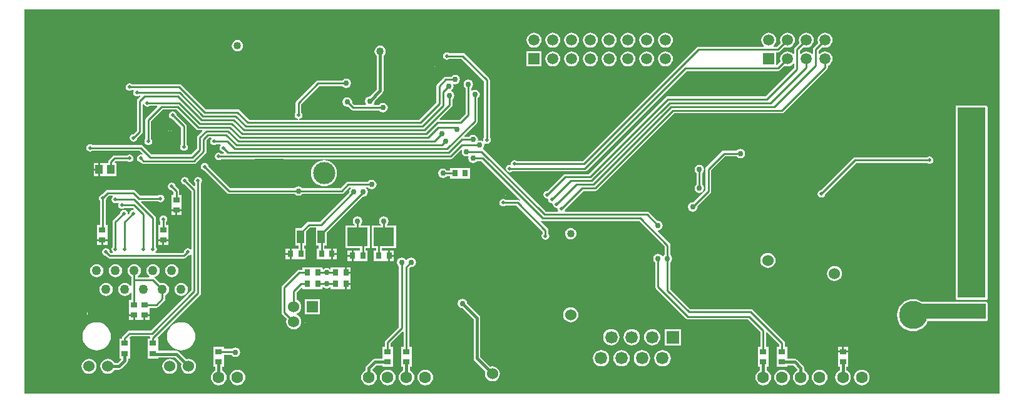
<source format=gbl>
%FSAX43Y43*%
%MOMM*%
G71*
G01*
G75*
G04 Layer_Physical_Order=2*
G04 Layer_Color=16711680*
%ADD10R,2.200X2.200*%
%ADD11R,2.032X0.635*%
%ADD12R,1.524X0.508*%
%ADD13R,2.600X8.000*%
%ADD14R,0.800X0.900*%
%ADD15R,1.500X1.700*%
%ADD16R,0.508X1.500*%
%ADD17R,0.900X0.800*%
%ADD18R,0.300X1.200*%
%ADD19R,1.200X0.300*%
%ADD20R,2.540X1.016*%
%ADD21R,1.016X2.540*%
%ADD22R,1.200X1.400*%
%ADD23O,0.600X2.200*%
%ADD24O,0.300X1.800*%
%ADD25O,1.800X0.300*%
%ADD26C,0.508*%
%ADD27C,0.381*%
%ADD28C,0.254*%
%ADD29C,0.635*%
%ADD30C,0.762*%
%ADD31R,1.263X3.045*%
%ADD32R,2.794X2.667*%
%ADD33R,1.725X1.695*%
%ADD34R,2.874X2.980*%
%ADD35R,2.921X2.667*%
%ADD36R,1.270X3.048*%
%ADD37R,3.048X1.270*%
%ADD38R,2.794X3.302*%
%ADD39R,4.826X3.048*%
%ADD40R,3.048X4.826*%
%ADD41R,5.588X5.715*%
%ADD42R,1.143X1.016*%
%ADD43R,1.397X1.270*%
%ADD44R,5.334X5.461*%
%ADD45R,5.207X6.223*%
%ADD46R,1.397X4.445*%
%ADD47R,4.699X5.461*%
%ADD48R,0.353X0.241*%
%ADD49R,3.048X5.080*%
%ADD50R,0.586X1.571*%
%ADD51R,3.937X3.048*%
%ADD52R,4.699X2.413*%
%ADD53R,5.080X4.699*%
%ADD54R,2.032X2.349*%
%ADD55R,2.223X2.547*%
%ADD56R,2.449X2.272*%
%ADD57R,2.921X2.794*%
%ADD58R,5.969X6.350*%
%ADD59R,8.854X9.012*%
%ADD60R,4.572X4.572*%
%ADD61R,2.377X0.544*%
%ADD62R,1.905X0.508*%
%ADD63R,2.711X2.918*%
%ADD64R,1.397X1.524*%
%ADD65R,1.270X1.270*%
%ADD66R,1.778X1.524*%
%ADD67R,1.905X1.778*%
%ADD68R,2.032X2.009*%
%ADD69R,1.651X1.524*%
%ADD70R,3.937X3.937*%
%ADD71R,3.429X3.048*%
%ADD72R,2.794X2.794*%
%ADD73R,3.810X25.781*%
%ADD74R,9.779X2.159*%
%ADD75C,4.760*%
%ADD76R,1.690X1.690*%
%ADD77C,1.690*%
%ADD78C,0.762*%
%ADD79C,0.508*%
%ADD80C,1.524*%
%ADD81C,1.016*%
%ADD82R,2.000X2.000*%
%ADD83C,2.000*%
%ADD84R,1.500X1.500*%
%ADD85C,1.500*%
%ADD86C,1.778*%
%ADD87C,4.000*%
%ADD88C,1.270*%
%ADD89C,2.032*%
%ADD90C,1.600*%
%ADD91R,1.524X1.524*%
%ADD92C,3.556*%
%ADD93C,3.810*%
%ADD94R,1.500X1.500*%
%ADD95C,3.000*%
%ADD96R,2.794X2.540*%
%ADD97R,1.000X1.300*%
%ADD98R,1.000X1.800*%
%ADD99R,1.397X1.397*%
%ADD100R,3.048X2.667*%
%ADD101R,2.667X2.794*%
%ADD102R,0.164X0.331*%
%ADD103R,0.210X0.140*%
%ADD104R,0.210X0.331*%
%ADD105R,0.374X0.725*%
%ADD106R,1.016X1.524*%
%ADD107R,1.270X1.397*%
%ADD108R,4.953X5.080*%
%ADD109R,5.461X5.715*%
%ADD110R,2.159X0.889*%
%ADD111R,3.040X2.506*%
%ADD112R,2.921X3.175*%
%ADD113R,4.826X4.699*%
%ADD114R,5.080X5.080*%
%ADD115R,2.413X2.223*%
%ADD116R,2.603X2.675*%
%ADD117R,2.540X3.048*%
%ADD118R,6.350X6.223*%
%ADD119R,2.667X2.667*%
%ADD120R,5.715X6.350*%
%ADD121R,5.207X3.429*%
%ADD122R,13.843X6.858*%
%ADD123R,4.953X4.953*%
%ADD124R,1.397X1.651*%
%ADD125R,1.905X1.651*%
%ADD126R,3.937X3.683*%
%ADD127R,9.525X2.159*%
G36*
X0177412Y0059443D02*
X0045473D01*
Y0111499D01*
X0177412D01*
Y0059443D01*
D02*
G37*
%LPC*%
G36*
X0165671Y0072210D02*
X0165248Y0072168D01*
X0164841Y0072045D01*
X0164466Y0071844D01*
X0164137Y0071575D01*
X0163868Y0071246D01*
X0163667Y0070871D01*
X0163544Y0070464D01*
X0163502Y0070040D01*
X0163544Y0069617D01*
X0163667Y0069210D01*
X0163868Y0068835D01*
X0164137Y0068506D01*
X0164466Y0068237D01*
X0164841Y0068036D01*
X0165248Y0067913D01*
X0165671Y0067871D01*
X0166095Y0067913D01*
X0166502Y0068036D01*
X0166877Y0068237D01*
X0167206Y0068506D01*
X0167475Y0068835D01*
X0167676Y0069210D01*
X0175514D01*
X0175613Y0069230D01*
X0175697Y0069286D01*
X0175753Y0069370D01*
X0175773Y0069469D01*
Y0071628D01*
X0175753Y0071727D01*
X0175697Y0071811D01*
X0175613Y0071867D01*
X0175514Y0071887D01*
X0166797D01*
X0166502Y0072045D01*
X0166095Y0072168D01*
X0165671Y0072210D01*
D02*
G37*
G36*
X0084328Y0069024D02*
X0083447D01*
X0083465Y0068886D01*
X0083568Y0068639D01*
X0083730Y0068427D01*
X0083943Y0068264D01*
X0084190Y0068162D01*
X0084328Y0068143D01*
Y0069024D01*
D02*
G37*
G36*
X0085463D02*
X0084582D01*
Y0068143D01*
X0084720Y0068162D01*
X0084967Y0068264D01*
X0085180Y0068427D01*
X0085342Y0068639D01*
X0085445Y0068886D01*
X0085463Y0069024D01*
D02*
G37*
G36*
X0170243Y0069022D02*
Y0066993D01*
X0172273D01*
X0172244Y0067289D01*
X0172121Y0067696D01*
X0171920Y0068071D01*
X0171651Y0068400D01*
X0171322Y0068669D01*
X0170947Y0068870D01*
X0170540Y0068993D01*
X0170243Y0069022D01*
D02*
G37*
G36*
X0121968Y0068146D02*
X0121808Y0068125D01*
X0121541Y0068014D01*
X0121311Y0067838D01*
X0121135Y0067608D01*
X0121024Y0067341D01*
X0121003Y0067181D01*
X0121968D01*
Y0068146D01*
D02*
G37*
G36*
X0122222D02*
Y0067181D01*
X0123187D01*
X0123166Y0067341D01*
X0123055Y0067608D01*
X0122879Y0067838D01*
X0122649Y0068014D01*
X0122382Y0068125D01*
X0122222Y0068146D01*
D02*
G37*
G36*
X0085471Y0072200D02*
X0083439D01*
Y0070168D01*
X0083927D01*
X0083952Y0070043D01*
X0083943Y0070039D01*
X0083730Y0069876D01*
X0083568Y0069664D01*
X0083465Y0069417D01*
X0083447Y0069279D01*
X0085463D01*
X0085445Y0069417D01*
X0085342Y0069664D01*
X0085180Y0069876D01*
X0084967Y0070039D01*
X0084958Y0070043D01*
X0084983Y0070168D01*
X0085471D01*
Y0072200D01*
D02*
G37*
G36*
X0060198Y0069912D02*
X0059621D01*
Y0069385D01*
X0060198D01*
Y0069912D01*
D02*
G37*
G36*
X0062426D02*
X0061849D01*
Y0069385D01*
X0062426D01*
Y0069912D01*
D02*
G37*
G36*
X0052705Y0071512D02*
X0052373Y0071468D01*
X0052065Y0071340D01*
X0051799Y0071137D01*
X0051596Y0070871D01*
X0051468Y0070563D01*
X0051424Y0070231D01*
X0051468Y0069899D01*
X0051596Y0069591D01*
X0051799Y0069325D01*
X0052065Y0069122D01*
X0052373Y0068994D01*
X0052705Y0068950D01*
X0053037Y0068994D01*
X0053345Y0069122D01*
X0053611Y0069325D01*
X0053814Y0069591D01*
X0053942Y0069899D01*
X0053986Y0070231D01*
X0053942Y0070563D01*
X0053814Y0070871D01*
X0053611Y0071137D01*
X0053345Y0071340D01*
X0053037Y0071468D01*
X0052705Y0071512D01*
D02*
G37*
G36*
X0069215D02*
X0068883Y0071468D01*
X0068575Y0071340D01*
X0068309Y0071137D01*
X0068106Y0070871D01*
X0067978Y0070563D01*
X0067934Y0070231D01*
X0067978Y0069899D01*
X0068106Y0069591D01*
X0068309Y0069325D01*
X0068575Y0069122D01*
X0068883Y0068994D01*
X0069215Y0068950D01*
X0069547Y0068994D01*
X0069855Y0069122D01*
X0070121Y0069325D01*
X0070324Y0069591D01*
X0070452Y0069899D01*
X0070496Y0070231D01*
X0070452Y0070563D01*
X0070324Y0070871D01*
X0070121Y0071137D01*
X0069855Y0071340D01*
X0069547Y0071468D01*
X0069215Y0071512D01*
D02*
G37*
G36*
X0119380Y0071129D02*
X0119115Y0071094D01*
X0118868Y0070991D01*
X0118655Y0070829D01*
X0118493Y0070616D01*
X0118390Y0070369D01*
X0118355Y0070104D01*
X0118390Y0069839D01*
X0118493Y0069592D01*
X0118655Y0069379D01*
X0118868Y0069217D01*
X0119115Y0069114D01*
X0119380Y0069079D01*
X0119645Y0069114D01*
X0119892Y0069217D01*
X0120105Y0069379D01*
X0120267Y0069592D01*
X0120370Y0069839D01*
X0120405Y0070104D01*
X0120370Y0070369D01*
X0120267Y0070616D01*
X0120105Y0070829D01*
X0119892Y0070991D01*
X0119645Y0071094D01*
X0119380Y0071129D01*
D02*
G37*
G36*
X0130405Y0068162D02*
X0130118Y0068125D01*
X0129851Y0068014D01*
X0129621Y0067838D01*
X0129445Y0067608D01*
X0129334Y0067341D01*
X0129297Y0067054D01*
X0129334Y0066767D01*
X0129445Y0066500D01*
X0129621Y0066270D01*
X0129851Y0066094D01*
X0130118Y0065983D01*
X0130405Y0065946D01*
X0130692Y0065983D01*
X0130959Y0066094D01*
X0131189Y0066270D01*
X0131365Y0066500D01*
X0131476Y0066767D01*
X0131513Y0067054D01*
X0131476Y0067341D01*
X0131365Y0067608D01*
X0131189Y0067838D01*
X0130959Y0068014D01*
X0130692Y0068125D01*
X0130405Y0068162D01*
D02*
G37*
G36*
X0134274Y0068153D02*
X0132076D01*
Y0065955D01*
X0134274D01*
Y0068153D01*
D02*
G37*
G36*
X0121968Y0066927D02*
X0121003D01*
X0121024Y0066767D01*
X0121135Y0066500D01*
X0121311Y0066270D01*
X0121541Y0066094D01*
X0121808Y0065983D01*
X0121968Y0065962D01*
Y0066927D01*
D02*
G37*
G36*
X0140257Y0068266D02*
Y0065761D01*
X0142762D01*
X0142740Y0066047D01*
X0142643Y0066450D01*
X0142484Y0066834D01*
X0142268Y0067187D01*
X0141998Y0067502D01*
X0141683Y0067772D01*
X0141330Y0067988D01*
X0140946Y0068147D01*
X0140543Y0068244D01*
X0140257Y0068266D01*
D02*
G37*
G36*
X0124865Y0068162D02*
X0124578Y0068125D01*
X0124311Y0068014D01*
X0124081Y0067838D01*
X0123905Y0067608D01*
X0123794Y0067341D01*
X0123757Y0067054D01*
X0123794Y0066767D01*
X0123905Y0066500D01*
X0124081Y0066270D01*
X0124311Y0066094D01*
X0124578Y0065983D01*
X0124865Y0065946D01*
X0125152Y0065983D01*
X0125419Y0066094D01*
X0125649Y0066270D01*
X0125825Y0066500D01*
X0125936Y0066767D01*
X0125973Y0067054D01*
X0125936Y0067341D01*
X0125825Y0067608D01*
X0125649Y0067838D01*
X0125419Y0068014D01*
X0125152Y0068125D01*
X0124865Y0068162D01*
D02*
G37*
G36*
X0127635D02*
X0127348Y0068125D01*
X0127081Y0068014D01*
X0126851Y0067838D01*
X0126675Y0067608D01*
X0126564Y0067341D01*
X0126527Y0067054D01*
X0126564Y0066767D01*
X0126675Y0066500D01*
X0126851Y0066270D01*
X0127081Y0066094D01*
X0127348Y0065983D01*
X0127635Y0065946D01*
X0127922Y0065983D01*
X0128189Y0066094D01*
X0128419Y0066270D01*
X0128595Y0066500D01*
X0128706Y0066767D01*
X0128743Y0067054D01*
X0128706Y0067341D01*
X0128595Y0067608D01*
X0128419Y0067838D01*
X0128189Y0068014D01*
X0127922Y0068125D01*
X0127635Y0068162D01*
D02*
G37*
G36*
X0089408Y0068514D02*
X0089137Y0068487D01*
X0088754Y0068371D01*
X0088401Y0068182D01*
X0088091Y0067928D01*
X0087837Y0067619D01*
X0087649Y0067266D01*
X0087532Y0066883D01*
X0087506Y0066612D01*
X0089408D01*
Y0068514D01*
D02*
G37*
G36*
X0089662D02*
Y0066612D01*
X0091564D01*
X0091538Y0066883D01*
X0091421Y0067266D01*
X0091233Y0067619D01*
X0090979Y0067928D01*
X0090669Y0068182D01*
X0090316Y0068371D01*
X0089933Y0068487D01*
X0089662Y0068514D01*
D02*
G37*
G36*
X0169990Y0069022D02*
X0169693Y0068993D01*
X0169286Y0068870D01*
X0168911Y0068669D01*
X0168582Y0068400D01*
X0168313Y0068071D01*
X0168112Y0067696D01*
X0167989Y0067289D01*
X0167960Y0066993D01*
X0169990D01*
Y0069022D01*
D02*
G37*
G36*
X0123187Y0066927D02*
X0122222D01*
Y0065962D01*
X0122382Y0065983D01*
X0122649Y0066094D01*
X0122879Y0066270D01*
X0123055Y0066500D01*
X0123166Y0066767D01*
X0123187Y0066927D01*
D02*
G37*
G36*
X0076708Y0068514D02*
X0076437Y0068487D01*
X0076054Y0068371D01*
X0075701Y0068182D01*
X0075391Y0067928D01*
X0075137Y0067619D01*
X0074949Y0067266D01*
X0074832Y0066883D01*
X0074806Y0066612D01*
X0076708D01*
Y0068514D01*
D02*
G37*
G36*
X0076962D02*
Y0066612D01*
X0078864D01*
X0078838Y0066883D01*
X0078721Y0067266D01*
X0078533Y0067619D01*
X0078279Y0067928D01*
X0077969Y0068182D01*
X0077616Y0068371D01*
X0077233Y0068487D01*
X0076962Y0068514D01*
D02*
G37*
G36*
X0154940Y0072771D02*
X0154059D01*
X0154077Y0072633D01*
X0154180Y0072386D01*
X0154342Y0072173D01*
X0154555Y0072011D01*
X0154802Y0071908D01*
X0154940Y0071890D01*
Y0072771D01*
D02*
G37*
G36*
X0143129Y0077343D02*
X0142248D01*
X0142266Y0077205D01*
X0142369Y0076958D01*
X0142531Y0076745D01*
X0142744Y0076583D01*
X0142991Y0076480D01*
X0143129Y0076462D01*
Y0077343D01*
D02*
G37*
G36*
X0144264D02*
X0143383D01*
Y0076462D01*
X0143521Y0076480D01*
X0143768Y0076583D01*
X0143981Y0076745D01*
X0144143Y0076958D01*
X0144246Y0077205D01*
X0144264Y0077343D01*
D02*
G37*
G36*
X0089724Y0077978D02*
X0089197D01*
Y0077401D01*
X0089724D01*
Y0077978D01*
D02*
G37*
G36*
X0062865Y0076970D02*
X0062633Y0076939D01*
X0062417Y0076850D01*
X0062231Y0076707D01*
X0062088Y0076521D01*
X0061999Y0076305D01*
X0061968Y0076073D01*
X0061999Y0075841D01*
X0062088Y0075625D01*
X0062231Y0075439D01*
X0062397Y0075312D01*
X0062356Y0075191D01*
X0060834D01*
X0060793Y0075312D01*
X0060959Y0075439D01*
X0061102Y0075625D01*
X0061191Y0075841D01*
X0061222Y0076073D01*
X0061191Y0076305D01*
X0061102Y0076521D01*
X0060959Y0076707D01*
X0060773Y0076850D01*
X0060557Y0076939D01*
X0060325Y0076970D01*
X0060093Y0076939D01*
X0059877Y0076850D01*
X0059691Y0076707D01*
X0059548Y0076521D01*
X0059459Y0076305D01*
X0059428Y0076073D01*
X0059459Y0075841D01*
X0059548Y0075625D01*
X0059691Y0075439D01*
X0059877Y0075296D01*
X0059937Y0075272D01*
Y0074042D01*
X0059816Y0074001D01*
X0059689Y0074167D01*
X0059503Y0074310D01*
X0059287Y0074399D01*
X0059055Y0074430D01*
X0058823Y0074399D01*
X0058607Y0074310D01*
X0058421Y0074167D01*
X0058278Y0073981D01*
X0058189Y0073765D01*
X0058158Y0073533D01*
X0058189Y0073301D01*
X0058278Y0073085D01*
X0058421Y0072899D01*
X0058607Y0072756D01*
X0058823Y0072667D01*
X0059055Y0072636D01*
X0059287Y0072667D01*
X0059503Y0072756D01*
X0059689Y0072899D01*
X0059816Y0073065D01*
X0059937Y0073024D01*
Y0072093D01*
X0059621D01*
Y0070785D01*
X0059621Y0070785D01*
X0059621Y0070693D01*
X0059621D01*
Y0070166D01*
X0060325D01*
Y0070039D01*
X0060452D01*
Y0069385D01*
X0061595D01*
Y0070039D01*
X0061722D01*
Y0070166D01*
X0062426D01*
Y0070693D01*
D01*
Y0070693D01*
X0062426Y0070693D01*
Y0070785D01*
X0062426D01*
Y0071051D01*
X0063311D01*
X0063460Y0071080D01*
X0063586Y0071164D01*
X0064410Y0071988D01*
X0064494Y0072114D01*
X0064523Y0072263D01*
X0064523Y0072263D01*
X0064523Y0072263D01*
Y0072263D01*
Y0072732D01*
X0064583Y0072756D01*
X0064769Y0072899D01*
X0064912Y0073085D01*
X0065001Y0073301D01*
X0065032Y0073533D01*
X0065001Y0073765D01*
X0064912Y0073981D01*
X0064769Y0074167D01*
X0064583Y0074310D01*
X0064367Y0074399D01*
X0064135Y0074430D01*
X0063903Y0074399D01*
X0063843Y0074374D01*
X0063140Y0075078D01*
X0063116Y0075093D01*
X0063128Y0075220D01*
X0063313Y0075296D01*
X0063499Y0075439D01*
X0063642Y0075625D01*
X0063731Y0075841D01*
X0063762Y0076073D01*
X0063731Y0076305D01*
X0063642Y0076521D01*
X0063499Y0076707D01*
X0063313Y0076850D01*
X0063097Y0076939D01*
X0062865Y0076970D01*
D02*
G37*
G36*
X0089619Y0076523D02*
X0089092D01*
Y0075946D01*
X0089619D01*
Y0076523D01*
D02*
G37*
G36*
X0146050Y0078495D02*
X0145785Y0078460D01*
X0145538Y0078357D01*
X0145325Y0078195D01*
X0145163Y0077982D01*
X0145060Y0077735D01*
X0145025Y0077470D01*
X0145060Y0077205D01*
X0145163Y0076958D01*
X0145325Y0076745D01*
X0145538Y0076583D01*
X0145785Y0076480D01*
X0146050Y0076445D01*
X0146315Y0076480D01*
X0146562Y0076583D01*
X0146775Y0076745D01*
X0146937Y0076958D01*
X0147040Y0077205D01*
X0147075Y0077470D01*
X0147040Y0077735D01*
X0146937Y0077982D01*
X0146775Y0078195D01*
X0146562Y0078357D01*
X0146315Y0078460D01*
X0146050Y0078495D01*
D02*
G37*
G36*
X0143129Y0078478D02*
X0142991Y0078460D01*
X0142744Y0078357D01*
X0142531Y0078195D01*
X0142369Y0077982D01*
X0142266Y0077735D01*
X0142248Y0077597D01*
X0143129D01*
Y0078478D01*
D02*
G37*
G36*
X0143383D02*
Y0077597D01*
X0144264D01*
X0144246Y0077735D01*
X0144143Y0077982D01*
X0143981Y0078195D01*
X0143768Y0078357D01*
X0143521Y0078460D01*
X0143383Y0078478D01*
D02*
G37*
G36*
X0081342Y0078232D02*
X0080815D01*
Y0077655D01*
X0081342D01*
Y0078232D01*
D02*
G37*
G36*
X0094107Y0083451D02*
X0093859Y0083402D01*
X0093649Y0083262D01*
X0093509Y0083052D01*
X0093460Y0082804D01*
X0093509Y0082556D01*
X0093649Y0082346D01*
X0093719Y0082300D01*
Y0082169D01*
X0092456D01*
Y0079121D01*
X0093019D01*
Y0078809D01*
X0092753D01*
Y0077401D01*
X0094061D01*
Y0077401D01*
X0094061D01*
X0094061Y0077401D01*
X0094153D01*
Y0077401D01*
X0094680D01*
Y0078105D01*
Y0078809D01*
X0094153D01*
D01*
D01*
X0094153Y0078809D01*
X0094061D01*
Y0078809D01*
X0093795D01*
Y0079121D01*
X0095758D01*
Y0082169D01*
X0094495D01*
Y0082300D01*
X0094565Y0082346D01*
X0094705Y0082556D01*
X0094754Y0082804D01*
X0094705Y0083052D01*
X0094565Y0083262D01*
X0094355Y0083402D01*
X0094107Y0083451D01*
D02*
G37*
G36*
X0095461Y0077978D02*
X0094934D01*
Y0077401D01*
X0095461D01*
Y0077978D01*
D02*
G37*
G36*
X0097790Y0077863D02*
X0097542Y0077814D01*
X0097332Y0077674D01*
X0097218Y0077504D01*
X0097091D01*
X0096978Y0077674D01*
X0096768Y0077814D01*
X0096520Y0077863D01*
X0096272Y0077814D01*
X0096062Y0077674D01*
X0095922Y0077464D01*
X0095873Y0077216D01*
X0095922Y0076968D01*
X0096062Y0076758D01*
X0096132Y0076712D01*
Y0068425D01*
X0094340Y0066634D01*
X0094256Y0066508D01*
X0094227Y0066359D01*
Y0065743D01*
X0093911D01*
Y0064435D01*
X0093911Y0064435D01*
X0093911Y0064343D01*
X0093911D01*
Y0064142D01*
X0092899D01*
X0092899Y0064142D01*
X0092726Y0064108D01*
X0092579Y0064009D01*
X0092579Y0064009D01*
X0091755Y0063185D01*
X0091656Y0063038D01*
X0091622Y0062865D01*
Y0062548D01*
X0091543Y0062516D01*
X0091323Y0062347D01*
X0091154Y0062127D01*
X0091048Y0061870D01*
X0091012Y0061595D01*
X0091048Y0061320D01*
X0091154Y0061063D01*
X0091323Y0060843D01*
X0091543Y0060674D01*
X0091800Y0060568D01*
X0092075Y0060532D01*
X0092350Y0060568D01*
X0092607Y0060674D01*
X0092827Y0060843D01*
X0092996Y0061063D01*
X0093102Y0061320D01*
X0093138Y0061595D01*
X0093102Y0061870D01*
X0092996Y0062127D01*
X0092827Y0062347D01*
X0092607Y0062516D01*
X0092528Y0062548D01*
Y0062677D01*
X0093087Y0063236D01*
X0093911D01*
Y0063035D01*
X0095319D01*
Y0064343D01*
D01*
Y0064343D01*
X0095319Y0064343D01*
Y0064435D01*
X0095319D01*
Y0065743D01*
X0095003D01*
Y0066198D01*
X0096649Y0067844D01*
X0096767Y0067795D01*
Y0065743D01*
X0096451D01*
Y0064435D01*
X0096451Y0064435D01*
X0096451Y0064343D01*
X0096451D01*
Y0063035D01*
X0096702D01*
Y0062548D01*
X0096623Y0062516D01*
X0096403Y0062347D01*
X0096234Y0062127D01*
X0096128Y0061870D01*
X0096092Y0061595D01*
X0096128Y0061320D01*
X0096234Y0061063D01*
X0096403Y0060843D01*
X0096623Y0060674D01*
X0096880Y0060568D01*
X0097155Y0060532D01*
X0097430Y0060568D01*
X0097687Y0060674D01*
X0097907Y0060843D01*
X0098076Y0061063D01*
X0098182Y0061320D01*
X0098218Y0061595D01*
X0098182Y0061870D01*
X0098076Y0062127D01*
X0097907Y0062347D01*
X0097687Y0062516D01*
X0097608Y0062548D01*
Y0063035D01*
X0097859D01*
Y0064343D01*
D01*
Y0064343D01*
X0097859Y0064343D01*
Y0064435D01*
X0097859D01*
Y0065743D01*
X0097543D01*
Y0076420D01*
X0097708Y0076585D01*
X0097790Y0076569D01*
X0098038Y0076618D01*
X0098248Y0076758D01*
X0098388Y0076968D01*
X0098437Y0077216D01*
X0098388Y0077464D01*
X0098248Y0077674D01*
X0098038Y0077814D01*
X0097790Y0077863D01*
D02*
G37*
G36*
X0066675Y0074430D02*
X0066443Y0074399D01*
X0066227Y0074310D01*
X0066041Y0074167D01*
X0065898Y0073981D01*
X0065809Y0073765D01*
X0065778Y0073533D01*
X0065809Y0073301D01*
X0065898Y0073085D01*
X0066041Y0072899D01*
X0066227Y0072756D01*
X0066443Y0072667D01*
X0066675Y0072636D01*
X0066907Y0072667D01*
X0067123Y0072756D01*
X0067309Y0072899D01*
X0067452Y0073085D01*
X0067541Y0073301D01*
X0067572Y0073533D01*
X0067541Y0073765D01*
X0067452Y0073981D01*
X0067309Y0074167D01*
X0067123Y0074310D01*
X0066907Y0074399D01*
X0066675Y0074430D01*
D02*
G37*
G36*
X0154940Y0073906D02*
X0154802Y0073888D01*
X0154555Y0073785D01*
X0154342Y0073623D01*
X0154180Y0073410D01*
X0154077Y0073163D01*
X0154059Y0073025D01*
X0154940D01*
Y0073906D01*
D02*
G37*
G36*
X0155194D02*
Y0073025D01*
X0156075D01*
X0156057Y0073163D01*
X0155954Y0073410D01*
X0155792Y0073623D01*
X0155579Y0073785D01*
X0155332Y0073888D01*
X0155194Y0073906D01*
D02*
G37*
G36*
X0156075Y0072771D02*
X0155194D01*
Y0071890D01*
X0155332Y0071908D01*
X0155579Y0072011D01*
X0155792Y0072173D01*
X0155954Y0072386D01*
X0156057Y0072633D01*
X0156075Y0072771D01*
D02*
G37*
G36*
X0175514Y0098430D02*
X0171704D01*
X0171605Y0098410D01*
X0171603Y0098409D01*
X0171466D01*
Y0098272D01*
X0171465Y0098270D01*
X0171445Y0098171D01*
Y0072390D01*
X0171465Y0072291D01*
X0171521Y0072207D01*
X0171605Y0072151D01*
X0171704Y0072131D01*
X0175514D01*
X0175613Y0072151D01*
X0175697Y0072207D01*
X0175753Y0072291D01*
X0175773Y0072390D01*
Y0098171D01*
X0175753Y0098270D01*
X0175697Y0098354D01*
X0175613Y0098410D01*
X0175514Y0098430D01*
D02*
G37*
G36*
X0056515Y0074430D02*
X0056283Y0074399D01*
X0056067Y0074310D01*
X0055881Y0074167D01*
X0055738Y0073981D01*
X0055649Y0073765D01*
X0055618Y0073533D01*
X0055649Y0073301D01*
X0055738Y0073085D01*
X0055881Y0072899D01*
X0056067Y0072756D01*
X0056283Y0072667D01*
X0056515Y0072636D01*
X0056747Y0072667D01*
X0056963Y0072756D01*
X0057149Y0072899D01*
X0057292Y0073085D01*
X0057381Y0073301D01*
X0057412Y0073533D01*
X0057381Y0073765D01*
X0057292Y0073981D01*
X0057149Y0074167D01*
X0056963Y0074310D01*
X0056747Y0074399D01*
X0056515Y0074430D01*
D02*
G37*
G36*
X0055245Y0076970D02*
X0055013Y0076939D01*
X0054797Y0076850D01*
X0054611Y0076707D01*
X0054468Y0076521D01*
X0054379Y0076305D01*
X0054348Y0076073D01*
X0054379Y0075841D01*
X0054468Y0075625D01*
X0054611Y0075439D01*
X0054797Y0075296D01*
X0055013Y0075207D01*
X0055245Y0075176D01*
X0055477Y0075207D01*
X0055693Y0075296D01*
X0055879Y0075439D01*
X0056022Y0075625D01*
X0056111Y0075841D01*
X0056142Y0076073D01*
X0056111Y0076305D01*
X0056022Y0076521D01*
X0055879Y0076707D01*
X0055693Y0076850D01*
X0055477Y0076939D01*
X0055245Y0076970D01*
D02*
G37*
G36*
X0057785D02*
X0057553Y0076939D01*
X0057337Y0076850D01*
X0057151Y0076707D01*
X0057008Y0076521D01*
X0056919Y0076305D01*
X0056888Y0076073D01*
X0056919Y0075841D01*
X0057008Y0075625D01*
X0057151Y0075439D01*
X0057337Y0075296D01*
X0057553Y0075207D01*
X0057785Y0075176D01*
X0058017Y0075207D01*
X0058233Y0075296D01*
X0058419Y0075439D01*
X0058562Y0075625D01*
X0058651Y0075841D01*
X0058682Y0076073D01*
X0058651Y0076305D01*
X0058562Y0076521D01*
X0058419Y0076707D01*
X0058233Y0076850D01*
X0058017Y0076939D01*
X0057785Y0076970D01*
D02*
G37*
G36*
X0065405D02*
X0065173Y0076939D01*
X0064957Y0076850D01*
X0064771Y0076707D01*
X0064628Y0076521D01*
X0064539Y0076305D01*
X0064508Y0076073D01*
X0064539Y0075841D01*
X0064628Y0075625D01*
X0064771Y0075439D01*
X0064957Y0075296D01*
X0065173Y0075207D01*
X0065405Y0075176D01*
X0065637Y0075207D01*
X0065853Y0075296D01*
X0066039Y0075439D01*
X0066182Y0075625D01*
X0066271Y0075841D01*
X0066302Y0076073D01*
X0066271Y0076305D01*
X0066182Y0076521D01*
X0066039Y0076707D01*
X0065853Y0076850D01*
X0065637Y0076939D01*
X0065405Y0076970D01*
D02*
G37*
G36*
X0089619Y0074168D02*
X0089092D01*
Y0073591D01*
X0089619D01*
Y0074168D01*
D02*
G37*
G36*
X0155067Y0076717D02*
X0154802Y0076682D01*
X0154555Y0076579D01*
X0154342Y0076417D01*
X0154180Y0076204D01*
X0154077Y0075957D01*
X0154042Y0075692D01*
X0154077Y0075427D01*
X0154180Y0075180D01*
X0154342Y0074967D01*
X0154555Y0074805D01*
X0154802Y0074702D01*
X0155067Y0074667D01*
X0155332Y0074702D01*
X0155579Y0074805D01*
X0155792Y0074967D01*
X0155954Y0075180D01*
X0156057Y0075427D01*
X0156092Y0075692D01*
X0156057Y0075957D01*
X0155954Y0076204D01*
X0155792Y0076417D01*
X0155579Y0076579D01*
X0155332Y0076682D01*
X0155067Y0076717D01*
D02*
G37*
G36*
X0084501Y0076523D02*
X0084430Y0076523D01*
X0084409D01*
Y0076523D01*
X0084409D01*
X0084409D01*
X0083101D01*
Y0076207D01*
X0082677D01*
X0082528Y0076178D01*
X0082402Y0076094D01*
X0080370Y0074062D01*
X0080286Y0073936D01*
X0080257Y0073787D01*
Y0070422D01*
X0080257Y0070422D01*
X0080257D01*
X0080286Y0070273D01*
X0080370Y0070147D01*
X0080976Y0069541D01*
X0080925Y0069417D01*
X0080890Y0069151D01*
X0080925Y0068886D01*
X0081028Y0068639D01*
X0081190Y0068427D01*
X0081403Y0068264D01*
X0081650Y0068162D01*
X0081915Y0068127D01*
X0082180Y0068162D01*
X0082427Y0068264D01*
X0082640Y0068427D01*
X0082802Y0068639D01*
X0082905Y0068886D01*
X0082940Y0069151D01*
X0082905Y0069417D01*
X0082802Y0069664D01*
X0082640Y0069876D01*
X0082427Y0070039D01*
X0082270Y0070104D01*
Y0070231D01*
X0082427Y0070296D01*
X0082640Y0070459D01*
X0082802Y0070671D01*
X0082905Y0070918D01*
X0082940Y0071184D01*
X0082905Y0071449D01*
X0082802Y0071696D01*
X0082640Y0071908D01*
X0082427Y0072071D01*
X0082303Y0072122D01*
Y0073118D01*
X0082984Y0073798D01*
X0083101Y0073750D01*
Y0073591D01*
X0084409D01*
Y0073591D01*
X0084409D01*
X0084409Y0073591D01*
X0084501D01*
Y0073591D01*
X0085809D01*
Y0073765D01*
X0085921Y0073825D01*
X0086112Y0073697D01*
X0086360Y0073648D01*
X0086608Y0073697D01*
X0086799Y0073825D01*
X0086911Y0073765D01*
Y0073591D01*
X0088219D01*
Y0073591D01*
X0088219D01*
X0088219Y0073591D01*
X0088311D01*
Y0073591D01*
X0088838D01*
Y0074295D01*
X0088965D01*
Y0074422D01*
X0089619D01*
Y0074999D01*
D01*
Y0074999D01*
X0089619Y0074999D01*
Y0075115D01*
X0089619D01*
Y0075692D01*
X0088965D01*
Y0075819D01*
X0088838D01*
Y0076523D01*
X0088311D01*
D01*
D01*
X0088311Y0076523D01*
X0088219D01*
Y0076523D01*
X0086911D01*
Y0076349D01*
X0086799Y0076289D01*
X0086608Y0076417D01*
X0086360Y0076466D01*
X0086112Y0076417D01*
X0085921Y0076289D01*
X0085809Y0076349D01*
Y0076523D01*
X0084501D01*
Y0076523D01*
D02*
G37*
G36*
X0140003Y0068266D02*
X0139717Y0068244D01*
X0139314Y0068147D01*
X0138930Y0067988D01*
X0138577Y0067772D01*
X0138262Y0067502D01*
X0137992Y0067187D01*
X0137776Y0066834D01*
X0137617Y0066450D01*
X0137520Y0066047D01*
X0137498Y0065761D01*
X0140003D01*
Y0068266D01*
D02*
G37*
G36*
X0054229Y0064144D02*
X0053964Y0064109D01*
X0053717Y0064006D01*
X0053504Y0063844D01*
X0053342Y0063631D01*
X0053239Y0063384D01*
X0053204Y0063119D01*
X0053239Y0062854D01*
X0053342Y0062607D01*
X0053504Y0062394D01*
X0053717Y0062232D01*
X0053964Y0062129D01*
X0054229Y0062094D01*
X0054494Y0062129D01*
X0054741Y0062232D01*
X0054954Y0062394D01*
X0055116Y0062607D01*
X0055219Y0062854D01*
X0055254Y0063119D01*
X0055219Y0063384D01*
X0055116Y0063631D01*
X0054954Y0063844D01*
X0054741Y0064006D01*
X0054494Y0064109D01*
X0054229Y0064144D01*
D02*
G37*
G36*
X0065151D02*
X0064886Y0064109D01*
X0064639Y0064006D01*
X0064426Y0063844D01*
X0064264Y0063631D01*
X0064161Y0063384D01*
X0064126Y0063119D01*
X0064161Y0062854D01*
X0064264Y0062607D01*
X0064426Y0062394D01*
X0064639Y0062232D01*
X0064886Y0062129D01*
X0065151Y0062094D01*
X0065416Y0062129D01*
X0065663Y0062232D01*
X0065876Y0062394D01*
X0066038Y0062607D01*
X0066141Y0062854D01*
X0066176Y0063119D01*
X0066141Y0063384D01*
X0066038Y0063631D01*
X0065876Y0063844D01*
X0065663Y0064006D01*
X0065416Y0064109D01*
X0065151Y0064144D01*
D02*
G37*
G36*
X0104076Y0063111D02*
X0103938Y0063093D01*
X0103691Y0062990D01*
X0103479Y0062828D01*
X0103316Y0062615D01*
X0103214Y0062368D01*
X0103195Y0062230D01*
X0104076D01*
Y0063111D01*
D02*
G37*
G36*
X0105212Y0061976D02*
X0104330D01*
Y0061095D01*
X0104469Y0061113D01*
X0104716Y0061216D01*
X0104928Y0061378D01*
X0105091Y0061591D01*
X0105193Y0061838D01*
X0105212Y0061976D01*
D02*
G37*
G36*
X0165544Y0063690D02*
X0163515D01*
X0163544Y0063394D01*
X0163667Y0062987D01*
X0163868Y0062612D01*
X0164137Y0062283D01*
X0164466Y0062014D01*
X0164841Y0061813D01*
X0165248Y0061690D01*
X0165544Y0061661D01*
Y0063690D01*
D02*
G37*
G36*
X0167828D02*
X0165798D01*
Y0061661D01*
X0166095Y0061690D01*
X0166502Y0061813D01*
X0166877Y0062014D01*
X0167206Y0062283D01*
X0167475Y0062612D01*
X0167676Y0062987D01*
X0167799Y0063394D01*
X0167828Y0063690D01*
D02*
G37*
G36*
X0173863Y0065117D02*
X0173548Y0065086D01*
X0173123Y0064957D01*
X0172732Y0064748D01*
X0172388Y0064467D01*
X0172107Y0064123D01*
X0171898Y0063732D01*
X0171769Y0063307D01*
X0171738Y0062992D01*
X0173863D01*
Y0065117D01*
D02*
G37*
G36*
X0174117D02*
Y0062992D01*
X0176242D01*
X0176211Y0063307D01*
X0176083Y0063732D01*
X0175873Y0064123D01*
X0175592Y0064467D01*
X0175248Y0064748D01*
X0174857Y0064957D01*
X0174432Y0065086D01*
X0174117Y0065117D01*
D02*
G37*
G36*
X0115013Y0065507D02*
X0112508D01*
X0112530Y0065221D01*
X0112627Y0064818D01*
X0112786Y0064434D01*
X0113002Y0064081D01*
X0113272Y0063766D01*
X0113587Y0063496D01*
X0113940Y0063280D01*
X0114324Y0063121D01*
X0114727Y0063024D01*
X0115013Y0063002D01*
Y0065507D01*
D02*
G37*
G36*
X0104330Y0063111D02*
Y0062230D01*
X0105212D01*
X0105193Y0062368D01*
X0105091Y0062615D01*
X0104928Y0062828D01*
X0104716Y0062990D01*
X0104469Y0063093D01*
X0104330Y0063111D01*
D02*
G37*
G36*
X0048768Y0065117D02*
X0048453Y0065086D01*
X0048028Y0064957D01*
X0047637Y0064748D01*
X0047293Y0064467D01*
X0047012Y0064123D01*
X0046803Y0063732D01*
X0046674Y0063307D01*
X0046643Y0062992D01*
X0048768D01*
Y0065117D01*
D02*
G37*
G36*
X0049022D02*
Y0062992D01*
X0051147D01*
X0051116Y0063307D01*
X0050987Y0063732D01*
X0050778Y0064123D01*
X0050497Y0064467D01*
X0050153Y0064748D01*
X0049762Y0064957D01*
X0049337Y0065086D01*
X0049022Y0065117D01*
D02*
G37*
G36*
X0147955Y0062658D02*
X0147680Y0062622D01*
X0147423Y0062516D01*
X0147203Y0062347D01*
X0147034Y0062127D01*
X0146928Y0061870D01*
X0146892Y0061595D01*
X0146928Y0061320D01*
X0147034Y0061063D01*
X0147203Y0060843D01*
X0147423Y0060674D01*
X0147680Y0060568D01*
X0147955Y0060532D01*
X0148230Y0060568D01*
X0148487Y0060674D01*
X0148707Y0060843D01*
X0148876Y0061063D01*
X0148982Y0061320D01*
X0149018Y0061595D01*
X0148982Y0061870D01*
X0148876Y0062127D01*
X0148707Y0062347D01*
X0148487Y0062516D01*
X0148230Y0062622D01*
X0147955Y0062658D01*
D02*
G37*
G36*
X0153035D02*
X0152760Y0062622D01*
X0152503Y0062516D01*
X0152283Y0062347D01*
X0152114Y0062127D01*
X0152008Y0061870D01*
X0151972Y0061595D01*
X0152008Y0061320D01*
X0152114Y0061063D01*
X0152283Y0060843D01*
X0152503Y0060674D01*
X0152760Y0060568D01*
X0153035Y0060532D01*
X0153310Y0060568D01*
X0153567Y0060674D01*
X0153787Y0060843D01*
X0153956Y0061063D01*
X0154062Y0061320D01*
X0154098Y0061595D01*
X0154062Y0061870D01*
X0153956Y0062127D01*
X0153787Y0062347D01*
X0153567Y0062516D01*
X0153310Y0062622D01*
X0153035Y0062658D01*
D02*
G37*
G36*
X0158750D02*
X0158475Y0062622D01*
X0158218Y0062516D01*
X0157998Y0062347D01*
X0157829Y0062127D01*
X0157723Y0061870D01*
X0157687Y0061595D01*
X0157723Y0061320D01*
X0157829Y0061063D01*
X0157998Y0060843D01*
X0158218Y0060674D01*
X0158475Y0060568D01*
X0158750Y0060532D01*
X0159025Y0060568D01*
X0159282Y0060674D01*
X0159502Y0060843D01*
X0159671Y0061063D01*
X0159777Y0061320D01*
X0159813Y0061595D01*
X0159777Y0061870D01*
X0159671Y0062127D01*
X0159502Y0062347D01*
X0159282Y0062516D01*
X0159025Y0062622D01*
X0158750Y0062658D01*
D02*
G37*
G36*
X0074295D02*
X0074020Y0062622D01*
X0073763Y0062516D01*
X0073543Y0062347D01*
X0073374Y0062127D01*
X0073268Y0061870D01*
X0073232Y0061595D01*
X0073268Y0061320D01*
X0073374Y0061063D01*
X0073543Y0060843D01*
X0073763Y0060674D01*
X0074020Y0060568D01*
X0074295Y0060532D01*
X0074570Y0060568D01*
X0074827Y0060674D01*
X0075047Y0060843D01*
X0075216Y0061063D01*
X0075322Y0061320D01*
X0075358Y0061595D01*
X0075322Y0061870D01*
X0075216Y0062127D01*
X0075047Y0062347D01*
X0074827Y0062516D01*
X0074570Y0062622D01*
X0074295Y0062658D01*
D02*
G37*
G36*
X0094615D02*
X0094340Y0062622D01*
X0094083Y0062516D01*
X0093863Y0062347D01*
X0093694Y0062127D01*
X0093588Y0061870D01*
X0093552Y0061595D01*
X0093588Y0061320D01*
X0093694Y0061063D01*
X0093863Y0060843D01*
X0094083Y0060674D01*
X0094340Y0060568D01*
X0094615Y0060532D01*
X0094890Y0060568D01*
X0095147Y0060674D01*
X0095367Y0060843D01*
X0095536Y0061063D01*
X0095642Y0061320D01*
X0095678Y0061595D01*
X0095642Y0061870D01*
X0095536Y0062127D01*
X0095367Y0062347D01*
X0095147Y0062516D01*
X0094890Y0062622D01*
X0094615Y0062658D01*
D02*
G37*
G36*
X0099695D02*
X0099420Y0062622D01*
X0099163Y0062516D01*
X0098943Y0062347D01*
X0098774Y0062127D01*
X0098668Y0061870D01*
X0098632Y0061595D01*
X0098668Y0061320D01*
X0098774Y0061063D01*
X0098943Y0060843D01*
X0099163Y0060674D01*
X0099420Y0060568D01*
X0099695Y0060532D01*
X0099970Y0060568D01*
X0100227Y0060674D01*
X0100447Y0060843D01*
X0100616Y0061063D01*
X0100722Y0061320D01*
X0100758Y0061595D01*
X0100722Y0061870D01*
X0100616Y0062127D01*
X0100447Y0062347D01*
X0100227Y0062516D01*
X0099970Y0062622D01*
X0099695Y0062658D01*
D02*
G37*
G36*
X0176242Y0062738D02*
X0174117D01*
Y0060613D01*
X0174432Y0060644D01*
X0174857Y0060772D01*
X0175248Y0060982D01*
X0175592Y0061263D01*
X0175873Y0061607D01*
X0176083Y0061998D01*
X0176211Y0062423D01*
X0176242Y0062738D01*
D02*
G37*
G36*
X0104728Y0072275D02*
X0104480Y0072226D01*
X0104270Y0072086D01*
X0104129Y0071876D01*
X0104080Y0071628D01*
X0104129Y0071380D01*
X0104270Y0071170D01*
X0104480Y0071030D01*
X0104728Y0070981D01*
X0104733Y0070982D01*
X0106227Y0069488D01*
X0106227Y0064199D01*
X0106227Y0064199D01*
X0106227D01*
X0106261Y0064025D01*
X0106360Y0063878D01*
X0107810Y0062427D01*
X0107786Y0062368D01*
X0107751Y0062103D01*
X0107786Y0061838D01*
X0107888Y0061591D01*
X0108051Y0061378D01*
X0108263Y0061216D01*
X0108510Y0061113D01*
X0108775Y0061078D01*
X0109041Y0061113D01*
X0109288Y0061216D01*
X0109500Y0061378D01*
X0109663Y0061591D01*
X0109765Y0061838D01*
X0109800Y0062103D01*
X0109765Y0062368D01*
X0109663Y0062615D01*
X0109500Y0062828D01*
X0109288Y0062990D01*
X0109041Y0063093D01*
X0108775Y0063128D01*
X0108510Y0063093D01*
X0108451Y0063068D01*
X0107133Y0064386D01*
X0107133Y0069676D01*
X0107099Y0069849D01*
X0107000Y0069996D01*
X0105374Y0071623D01*
X0105375Y0071628D01*
X0105326Y0071876D01*
X0105185Y0072086D01*
X0104975Y0072226D01*
X0104728Y0072275D01*
D02*
G37*
G36*
X0104076Y0061976D02*
X0103195D01*
X0103214Y0061838D01*
X0103316Y0061591D01*
X0103479Y0061378D01*
X0103691Y0061216D01*
X0103938Y0061113D01*
X0104076Y0061095D01*
Y0061976D01*
D02*
G37*
G36*
X0048768Y0062738D02*
X0046643D01*
X0046674Y0062423D01*
X0046803Y0061998D01*
X0047012Y0061607D01*
X0047293Y0061263D01*
X0047637Y0060982D01*
X0048028Y0060772D01*
X0048453Y0060644D01*
X0048768Y0060613D01*
Y0062738D01*
D02*
G37*
G36*
X0051147D02*
X0049022D01*
Y0060613D01*
X0049337Y0060644D01*
X0049762Y0060772D01*
X0050153Y0060982D01*
X0050497Y0061263D01*
X0050778Y0061607D01*
X0050987Y0061998D01*
X0051116Y0062423D01*
X0051147Y0062738D01*
D02*
G37*
G36*
X0173863D02*
X0171738D01*
X0171769Y0062423D01*
X0171898Y0061998D01*
X0172107Y0061607D01*
X0172388Y0061263D01*
X0172732Y0060982D01*
X0173123Y0060772D01*
X0173548Y0060644D01*
X0173863Y0060613D01*
Y0062738D01*
D02*
G37*
G36*
X0117772Y0065507D02*
X0115267D01*
Y0063002D01*
X0115553Y0063024D01*
X0115956Y0063121D01*
X0116340Y0063280D01*
X0116693Y0063496D01*
X0117008Y0063766D01*
X0117278Y0064081D01*
X0117494Y0064434D01*
X0117653Y0064818D01*
X0117750Y0065221D01*
X0117772Y0065507D01*
D02*
G37*
G36*
X0091564Y0066357D02*
X0089662D01*
Y0064455D01*
X0089933Y0064482D01*
X0090316Y0064598D01*
X0090669Y0064787D01*
X0090979Y0065041D01*
X0091233Y0065350D01*
X0091421Y0065703D01*
X0091538Y0066086D01*
X0091564Y0066357D01*
D02*
G37*
G36*
X0169990Y0066739D02*
X0167960D01*
X0167989Y0066442D01*
X0168112Y0066035D01*
X0168313Y0065660D01*
X0168582Y0065331D01*
X0168911Y0065062D01*
X0169286Y0064861D01*
X0169693Y0064738D01*
X0169990Y0064709D01*
Y0066739D01*
D02*
G37*
G36*
X0172273D02*
X0170243D01*
Y0064709D01*
X0170540Y0064738D01*
X0170947Y0064861D01*
X0171322Y0065062D01*
X0171651Y0065331D01*
X0171920Y0065660D01*
X0172121Y0066035D01*
X0172244Y0066442D01*
X0172273Y0066739D01*
D02*
G37*
G36*
X0076708Y0066357D02*
X0074806D01*
X0074832Y0066086D01*
X0074949Y0065703D01*
X0075137Y0065350D01*
X0075391Y0065041D01*
X0075701Y0064787D01*
X0076054Y0064598D01*
X0076437Y0064482D01*
X0076708Y0064455D01*
Y0066357D01*
D02*
G37*
G36*
X0078864D02*
X0076962D01*
Y0064455D01*
X0077233Y0064482D01*
X0077616Y0064598D01*
X0077969Y0064787D01*
X0078279Y0065041D01*
X0078533Y0065350D01*
X0078721Y0065703D01*
X0078838Y0066086D01*
X0078864Y0066357D01*
D02*
G37*
G36*
X0089408D02*
X0087506D01*
X0087532Y0066086D01*
X0087649Y0065703D01*
X0087837Y0065350D01*
X0088091Y0065041D01*
X0088401Y0064787D01*
X0088754Y0064598D01*
X0089137Y0064482D01*
X0089408Y0064455D01*
Y0066357D01*
D02*
G37*
G36*
X0066675Y0069097D02*
X0066302Y0069060D01*
X0065942Y0068952D01*
X0065612Y0068775D01*
X0065321Y0068537D01*
X0065083Y0068246D01*
X0064906Y0067916D01*
X0064798Y0067556D01*
X0064761Y0067183D01*
X0064798Y0066810D01*
X0064906Y0066450D01*
X0065083Y0066120D01*
X0065321Y0065829D01*
X0065612Y0065591D01*
X0065942Y0065414D01*
X0066302Y0065306D01*
X0066675Y0065269D01*
X0067048Y0065306D01*
X0067408Y0065414D01*
X0067738Y0065591D01*
X0068029Y0065829D01*
X0068267Y0066120D01*
X0068444Y0066450D01*
X0068552Y0066810D01*
X0068589Y0067183D01*
X0068552Y0067556D01*
X0068444Y0067916D01*
X0068267Y0068246D01*
X0068029Y0068537D01*
X0067738Y0068775D01*
X0067408Y0068952D01*
X0067048Y0069060D01*
X0066675Y0069097D01*
D02*
G37*
G36*
X0115013Y0068266D02*
X0114727Y0068244D01*
X0114324Y0068147D01*
X0113940Y0067988D01*
X0113587Y0067772D01*
X0113272Y0067502D01*
X0113002Y0067187D01*
X0112786Y0066834D01*
X0112627Y0066450D01*
X0112530Y0066047D01*
X0112508Y0065761D01*
X0115013D01*
Y0068266D01*
D02*
G37*
G36*
X0115267D02*
Y0065761D01*
X0117772D01*
X0117750Y0066047D01*
X0117653Y0066450D01*
X0117494Y0066834D01*
X0117278Y0067187D01*
X0117008Y0067502D01*
X0116693Y0067772D01*
X0116340Y0067988D01*
X0115956Y0068147D01*
X0115553Y0068244D01*
X0115267Y0068266D01*
D02*
G37*
G36*
X0156083Y0065743D02*
X0155506D01*
Y0065216D01*
X0156083D01*
Y0065743D01*
D02*
G37*
G36*
X0156914D02*
X0156337D01*
Y0065216D01*
X0156914D01*
Y0065743D01*
D02*
G37*
G36*
X0055245Y0069097D02*
X0054872Y0069060D01*
X0054512Y0068952D01*
X0054182Y0068775D01*
X0053891Y0068537D01*
X0053653Y0068246D01*
X0053476Y0067916D01*
X0053368Y0067556D01*
X0053331Y0067183D01*
X0053368Y0066810D01*
X0053476Y0066450D01*
X0053653Y0066120D01*
X0053891Y0065829D01*
X0054182Y0065591D01*
X0054512Y0065414D01*
X0054872Y0065306D01*
X0055245Y0065269D01*
X0055618Y0065306D01*
X0055978Y0065414D01*
X0056308Y0065591D01*
X0056599Y0065829D01*
X0056837Y0066120D01*
X0057014Y0066450D01*
X0057122Y0066810D01*
X0057159Y0067183D01*
X0057122Y0067556D01*
X0057014Y0067916D01*
X0056837Y0068246D01*
X0056599Y0068537D01*
X0056308Y0068775D01*
X0055978Y0068952D01*
X0055618Y0069060D01*
X0055245Y0069097D01*
D02*
G37*
G36*
X0126250Y0065322D02*
X0125963Y0065285D01*
X0125696Y0065174D01*
X0125466Y0064998D01*
X0125290Y0064768D01*
X0125179Y0064501D01*
X0125142Y0064214D01*
X0125179Y0063927D01*
X0125290Y0063660D01*
X0125466Y0063430D01*
X0125696Y0063254D01*
X0125963Y0063143D01*
X0126250Y0063106D01*
X0126537Y0063143D01*
X0126804Y0063254D01*
X0127034Y0063430D01*
X0127210Y0063660D01*
X0127321Y0063927D01*
X0127358Y0064214D01*
X0127321Y0064501D01*
X0127210Y0064768D01*
X0127034Y0064998D01*
X0126804Y0065174D01*
X0126537Y0065285D01*
X0126250Y0065322D01*
D02*
G37*
G36*
X0129020D02*
X0128733Y0065285D01*
X0128466Y0065174D01*
X0128236Y0064998D01*
X0128060Y0064768D01*
X0127949Y0064501D01*
X0127912Y0064214D01*
X0127949Y0063927D01*
X0128060Y0063660D01*
X0128236Y0063430D01*
X0128466Y0063254D01*
X0128733Y0063143D01*
X0129020Y0063106D01*
X0129307Y0063143D01*
X0129574Y0063254D01*
X0129804Y0063430D01*
X0129980Y0063660D01*
X0130091Y0063927D01*
X0130128Y0064214D01*
X0130091Y0064501D01*
X0129980Y0064768D01*
X0129804Y0064998D01*
X0129574Y0065174D01*
X0129307Y0065285D01*
X0129020Y0065322D01*
D02*
G37*
G36*
X0131790D02*
X0131503Y0065285D01*
X0131236Y0065174D01*
X0131006Y0064998D01*
X0130830Y0064768D01*
X0130719Y0064501D01*
X0130682Y0064214D01*
X0130719Y0063927D01*
X0130830Y0063660D01*
X0131006Y0063430D01*
X0131236Y0063254D01*
X0131503Y0063143D01*
X0131790Y0063106D01*
X0132077Y0063143D01*
X0132344Y0063254D01*
X0132574Y0063430D01*
X0132750Y0063660D01*
X0132861Y0063927D01*
X0132898Y0064214D01*
X0132861Y0064501D01*
X0132750Y0064768D01*
X0132574Y0064998D01*
X0132344Y0065174D01*
X0132077Y0065285D01*
X0131790Y0065322D01*
D02*
G37*
G36*
X0140003Y0065507D02*
X0137498D01*
X0137520Y0065221D01*
X0137617Y0064818D01*
X0137776Y0064434D01*
X0137992Y0064081D01*
X0138262Y0063766D01*
X0138577Y0063496D01*
X0138930Y0063280D01*
X0139314Y0063121D01*
X0139717Y0063024D01*
X0140003Y0063002D01*
Y0065507D01*
D02*
G37*
G36*
X0142762D02*
X0140257D01*
Y0063002D01*
X0140543Y0063024D01*
X0140946Y0063121D01*
X0141330Y0063280D01*
X0141683Y0063496D01*
X0141998Y0063766D01*
X0142268Y0064081D01*
X0142484Y0064434D01*
X0142643Y0064818D01*
X0142740Y0065221D01*
X0142762Y0065507D01*
D02*
G37*
G36*
X0123480Y0065322D02*
X0123193Y0065285D01*
X0122926Y0065174D01*
X0122696Y0064998D01*
X0122520Y0064768D01*
X0122409Y0064501D01*
X0122372Y0064214D01*
X0122409Y0063927D01*
X0122520Y0063660D01*
X0122696Y0063430D01*
X0122926Y0063254D01*
X0123193Y0063143D01*
X0123480Y0063106D01*
X0123767Y0063143D01*
X0124034Y0063254D01*
X0124264Y0063430D01*
X0124440Y0063660D01*
X0124551Y0063927D01*
X0124588Y0064214D01*
X0124551Y0064501D01*
X0124440Y0064768D01*
X0124264Y0064998D01*
X0124034Y0065174D01*
X0123767Y0065285D01*
X0123480Y0065322D01*
D02*
G37*
G36*
X0165798Y0065974D02*
Y0063944D01*
X0167828D01*
X0167799Y0064241D01*
X0167676Y0064648D01*
X0167475Y0065023D01*
X0167206Y0065352D01*
X0166877Y0065621D01*
X0166502Y0065822D01*
X0166095Y0065945D01*
X0165798Y0065974D01*
D02*
G37*
G36*
X0072459Y0065743D02*
X0071051D01*
Y0064435D01*
X0071051Y0064435D01*
X0071051Y0064343D01*
X0071051D01*
Y0063035D01*
X0071302D01*
Y0062548D01*
X0071223Y0062516D01*
X0071003Y0062347D01*
X0070834Y0062127D01*
X0070728Y0061870D01*
X0070692Y0061595D01*
X0070728Y0061320D01*
X0070834Y0061063D01*
X0071003Y0060843D01*
X0071223Y0060674D01*
X0071480Y0060568D01*
X0071755Y0060532D01*
X0072030Y0060568D01*
X0072287Y0060674D01*
X0072507Y0060843D01*
X0072676Y0061063D01*
X0072782Y0061320D01*
X0072818Y0061595D01*
X0072782Y0061870D01*
X0072676Y0062127D01*
X0072507Y0062347D01*
X0072287Y0062516D01*
X0072208Y0062548D01*
Y0063035D01*
X0072459D01*
Y0064343D01*
D01*
Y0064343D01*
X0072459Y0064343D01*
Y0064435D01*
X0072459D01*
Y0064701D01*
X0073493D01*
X0073583Y0064566D01*
X0073793Y0064426D01*
X0074041Y0064377D01*
X0074289Y0064426D01*
X0074499Y0064566D01*
X0074639Y0064776D01*
X0074688Y0065024D01*
X0074639Y0065272D01*
X0074499Y0065482D01*
X0074289Y0065622D01*
X0074041Y0065671D01*
X0073793Y0065622D01*
X0073583Y0065482D01*
X0073580Y0065477D01*
X0072459D01*
Y0065743D01*
D02*
G37*
G36*
X0156914Y0064962D02*
X0155506D01*
Y0064435D01*
X0155506Y0064435D01*
X0155506Y0064343D01*
X0155506D01*
Y0063035D01*
X0155757D01*
Y0062548D01*
X0155678Y0062516D01*
X0155458Y0062347D01*
X0155289Y0062127D01*
X0155183Y0061870D01*
X0155147Y0061595D01*
X0155183Y0061320D01*
X0155289Y0061063D01*
X0155458Y0060843D01*
X0155678Y0060674D01*
X0155935Y0060568D01*
X0156210Y0060532D01*
X0156485Y0060568D01*
X0156742Y0060674D01*
X0156962Y0060843D01*
X0157131Y0061063D01*
X0157237Y0061320D01*
X0157273Y0061595D01*
X0157237Y0061870D01*
X0157131Y0062127D01*
X0156962Y0062347D01*
X0156742Y0062516D01*
X0156663Y0062548D01*
Y0063035D01*
X0156914D01*
Y0064343D01*
D01*
Y0064343D01*
X0156914Y0064343D01*
Y0064435D01*
X0156914D01*
Y0064962D01*
D02*
G37*
G36*
X0102934Y0065796D02*
X0102635Y0065757D01*
X0102357Y0065641D01*
X0102118Y0065458D01*
X0101935Y0065219D01*
X0101820Y0064941D01*
X0101781Y0064643D01*
X0101820Y0064345D01*
X0101935Y0064067D01*
X0102118Y0063828D01*
X0102357Y0063645D01*
X0102635Y0063529D01*
X0102934Y0063490D01*
X0103232Y0063529D01*
X0103510Y0063645D01*
X0103749Y0063828D01*
X0103932Y0064067D01*
X0104047Y0064345D01*
X0104086Y0064643D01*
X0104047Y0064941D01*
X0103932Y0065219D01*
X0103749Y0065458D01*
X0103510Y0065641D01*
X0103232Y0065757D01*
X0102934Y0065796D01*
D02*
G37*
G36*
X0109919D02*
X0109620Y0065757D01*
X0109342Y0065641D01*
X0109103Y0065458D01*
X0108920Y0065219D01*
X0108805Y0064941D01*
X0108766Y0064643D01*
X0108805Y0064345D01*
X0108920Y0064067D01*
X0109103Y0063828D01*
X0109342Y0063645D01*
X0109620Y0063529D01*
X0109919Y0063490D01*
X0110217Y0063529D01*
X0110495Y0063645D01*
X0110734Y0063828D01*
X0110917Y0064067D01*
X0111032Y0064345D01*
X0111071Y0064643D01*
X0111032Y0064941D01*
X0110917Y0065219D01*
X0110734Y0065458D01*
X0110495Y0065641D01*
X0110217Y0065757D01*
X0109919Y0065796D01*
D02*
G37*
G36*
X0165544Y0065974D02*
X0165248Y0065945D01*
X0164841Y0065822D01*
X0164466Y0065621D01*
X0164137Y0065352D01*
X0163868Y0065023D01*
X0163667Y0064648D01*
X0163544Y0064241D01*
X0163515Y0063944D01*
X0165544D01*
Y0065974D01*
D02*
G37*
G36*
X0087714Y0078232D02*
X0087187D01*
Y0077655D01*
X0087714D01*
Y0078232D01*
D02*
G37*
G36*
X0100711Y0102997D02*
X0100216D01*
X0100240Y0102876D01*
X0100380Y0102666D01*
X0100590Y0102526D01*
X0100711Y0102502D01*
Y0102997D01*
D02*
G37*
G36*
X0101460D02*
X0100965D01*
Y0102502D01*
X0101086Y0102526D01*
X0101296Y0102666D01*
X0101436Y0102876D01*
X0101460Y0102997D01*
D02*
G37*
G36*
X0059563Y0103111D02*
X0059442Y0103087D01*
X0059232Y0102947D01*
X0059092Y0102737D01*
X0059068Y0102616D01*
X0059563D01*
Y0103111D01*
D02*
G37*
G36*
X0060312Y0102362D02*
X0059817D01*
Y0101867D01*
X0059938Y0101891D01*
X0060148Y0102031D01*
X0060288Y0102241D01*
X0060312Y0102362D01*
D02*
G37*
G36*
X0070866Y0102997D02*
X0069985D01*
X0070003Y0102859D01*
X0070106Y0102612D01*
X0070268Y0102399D01*
X0070481Y0102237D01*
X0070728Y0102134D01*
X0070866Y0102116D01*
Y0102997D01*
D02*
G37*
G36*
X0072001D02*
X0071120D01*
Y0102116D01*
X0071258Y0102134D01*
X0071505Y0102237D01*
X0071718Y0102399D01*
X0071880Y0102612D01*
X0071983Y0102859D01*
X0072001Y0102997D01*
D02*
G37*
G36*
X0100711Y0103746D02*
X0100590Y0103722D01*
X0100380Y0103582D01*
X0100240Y0103372D01*
X0100216Y0103251D01*
X0100711D01*
Y0103746D01*
D02*
G37*
G36*
X0100965D02*
Y0103251D01*
X0101460D01*
X0101436Y0103372D01*
X0101296Y0103582D01*
X0101086Y0103722D01*
X0100965Y0103746D01*
D02*
G37*
G36*
X0116942Y0105788D02*
X0116679Y0105753D01*
X0116435Y0105652D01*
X0116226Y0105491D01*
X0116065Y0105281D01*
X0115963Y0105037D01*
X0115929Y0104775D01*
X0115963Y0104513D01*
X0116065Y0104269D01*
X0116226Y0104059D01*
X0116435Y0103898D01*
X0116679Y0103797D01*
X0116942Y0103762D01*
X0117204Y0103797D01*
X0117448Y0103898D01*
X0117658Y0104059D01*
X0117819Y0104269D01*
X0117920Y0104513D01*
X0117954Y0104775D01*
X0117920Y0105037D01*
X0117819Y0105281D01*
X0117658Y0105491D01*
X0117448Y0105652D01*
X0117204Y0105753D01*
X0116942Y0105788D01*
D02*
G37*
G36*
X0059817Y0103111D02*
Y0102616D01*
X0060312D01*
X0060288Y0102737D01*
X0060148Y0102947D01*
X0059938Y0103087D01*
X0059817Y0103111D01*
D02*
G37*
G36*
X0070866Y0104132D02*
X0070728Y0104114D01*
X0070481Y0104011D01*
X0070268Y0103849D01*
X0070106Y0103636D01*
X0070003Y0103389D01*
X0069985Y0103251D01*
X0070866D01*
Y0104132D01*
D02*
G37*
G36*
X0071120D02*
Y0103251D01*
X0072001D01*
X0071983Y0103389D01*
X0071880Y0103636D01*
X0071718Y0103849D01*
X0071505Y0104011D01*
X0071258Y0104114D01*
X0071120Y0104132D01*
D02*
G37*
G36*
X0059563Y0102362D02*
X0059068D01*
X0059092Y0102241D01*
X0059232Y0102031D01*
X0059442Y0101891D01*
X0059563Y0101867D01*
Y0102362D01*
D02*
G37*
G36*
X0109855Y0095618D02*
X0109734Y0095594D01*
X0109524Y0095454D01*
X0109384Y0095244D01*
X0109360Y0095123D01*
X0109855D01*
Y0095618D01*
D02*
G37*
G36*
X0110109D02*
Y0095123D01*
X0110604D01*
X0110580Y0095244D01*
X0110440Y0095454D01*
X0110230Y0095594D01*
X0110109Y0095618D01*
D02*
G37*
G36*
X0065024Y0096253D02*
X0064903Y0096229D01*
X0064693Y0096089D01*
X0064553Y0095879D01*
X0064529Y0095758D01*
X0065024D01*
Y0096253D01*
D02*
G37*
G36*
X0110604Y0094869D02*
X0110109D01*
Y0094374D01*
X0110230Y0094398D01*
X0110440Y0094538D01*
X0110580Y0094748D01*
X0110604Y0094869D01*
D02*
G37*
G36*
X0065024Y0095504D02*
X0064529D01*
X0064553Y0095383D01*
X0064693Y0095173D01*
X0064903Y0095033D01*
X0065024Y0095009D01*
Y0095504D01*
D02*
G37*
G36*
X0065773D02*
X0065278D01*
Y0095009D01*
X0065399Y0095033D01*
X0065609Y0095173D01*
X0065749Y0095383D01*
X0065773Y0095504D01*
D02*
G37*
G36*
X0173968Y0100838D02*
X0172847D01*
Y0099717D01*
X0173047Y0099743D01*
X0173352Y0099870D01*
X0173614Y0100071D01*
X0173815Y0100333D01*
X0173942Y0100638D01*
X0173968Y0100838D01*
D02*
G37*
G36*
X0172593Y0102213D02*
X0172393Y0102187D01*
X0172088Y0102060D01*
X0171826Y0101859D01*
X0171625Y0101597D01*
X0171498Y0101292D01*
X0171472Y0101092D01*
X0172593D01*
Y0102213D01*
D02*
G37*
G36*
X0172847D02*
Y0101092D01*
X0173968D01*
X0173942Y0101292D01*
X0173815Y0101597D01*
X0173614Y0101859D01*
X0173352Y0102060D01*
X0173047Y0102187D01*
X0172847Y0102213D01*
D02*
G37*
G36*
X0065278Y0096253D02*
Y0095758D01*
X0065773D01*
X0065749Y0095879D01*
X0065609Y0096089D01*
X0065399Y0096229D01*
X0065278Y0096253D01*
D02*
G37*
G36*
X0093599Y0106560D02*
X0093400Y0106533D01*
X0093215Y0106457D01*
X0093056Y0106334D01*
X0092933Y0106175D01*
X0092857Y0105990D01*
X0092830Y0105791D01*
X0092857Y0105592D01*
X0092933Y0105407D01*
X0093056Y0105248D01*
X0093146Y0105178D01*
Y0100645D01*
X0092207Y0099706D01*
X0092202Y0099707D01*
X0091954Y0099658D01*
X0091744Y0099518D01*
X0091604Y0099308D01*
X0091555Y0099060D01*
X0091604Y0098812D01*
X0091698Y0098671D01*
X0091638Y0098559D01*
X0090077D01*
X0089785Y0098851D01*
X0089801Y0098933D01*
X0089752Y0099181D01*
X0089612Y0099391D01*
X0089402Y0099531D01*
X0089154Y0099580D01*
X0088906Y0099531D01*
X0088696Y0099391D01*
X0088556Y0099181D01*
X0088507Y0098933D01*
X0088556Y0098685D01*
X0088696Y0098475D01*
X0088906Y0098335D01*
X0089154Y0098286D01*
X0089236Y0098302D01*
X0089641Y0097896D01*
X0089767Y0097812D01*
X0089916Y0097783D01*
X0093476D01*
X0093522Y0097713D01*
X0093732Y0097573D01*
X0093980Y0097524D01*
X0094228Y0097573D01*
X0094438Y0097713D01*
X0094578Y0097923D01*
X0094627Y0098171D01*
X0094578Y0098419D01*
X0094438Y0098629D01*
X0094228Y0098769D01*
X0093980Y0098818D01*
X0093732Y0098769D01*
X0093522Y0098629D01*
X0093476Y0098559D01*
X0092766D01*
X0092706Y0098671D01*
X0092800Y0098812D01*
X0092849Y0099060D01*
X0092848Y0099065D01*
X0093919Y0100137D01*
X0093919Y0100137D01*
X0094018Y0100284D01*
X0094052Y0100457D01*
Y0105178D01*
X0094142Y0105248D01*
X0094265Y0105407D01*
X0094341Y0105592D01*
X0094368Y0105791D01*
X0094341Y0105990D01*
X0094265Y0106175D01*
X0094142Y0106334D01*
X0093983Y0106457D01*
X0093798Y0106533D01*
X0093599Y0106560D01*
D02*
G37*
G36*
X0172593Y0100838D02*
X0171472D01*
X0171498Y0100638D01*
X0171625Y0100333D01*
X0171826Y0100071D01*
X0172088Y0099870D01*
X0172393Y0099743D01*
X0172593Y0099717D01*
Y0100838D01*
D02*
G37*
G36*
X0124562Y0108328D02*
X0124299Y0108293D01*
X0124055Y0108192D01*
X0123846Y0108031D01*
X0123685Y0107821D01*
X0123583Y0107577D01*
X0123549Y0107315D01*
X0123583Y0107053D01*
X0123685Y0106809D01*
X0123846Y0106599D01*
X0124055Y0106438D01*
X0124299Y0106337D01*
X0124562Y0106302D01*
X0124824Y0106337D01*
X0125068Y0106438D01*
X0125278Y0106599D01*
X0125439Y0106809D01*
X0125540Y0107053D01*
X0125574Y0107315D01*
X0125540Y0107577D01*
X0125439Y0107821D01*
X0125278Y0108031D01*
X0125068Y0108192D01*
X0124824Y0108293D01*
X0124562Y0108328D01*
D02*
G37*
G36*
X0127102D02*
X0126840Y0108293D01*
X0126595Y0108192D01*
X0126386Y0108031D01*
X0126225Y0107821D01*
X0126123Y0107577D01*
X0126089Y0107315D01*
X0126123Y0107053D01*
X0126225Y0106809D01*
X0126386Y0106599D01*
X0126595Y0106438D01*
X0126840Y0106337D01*
X0127102Y0106302D01*
X0127364Y0106337D01*
X0127608Y0106438D01*
X0127818Y0106599D01*
X0127979Y0106809D01*
X0128080Y0107053D01*
X0128114Y0107315D01*
X0128080Y0107577D01*
X0127979Y0107821D01*
X0127818Y0108031D01*
X0127608Y0108192D01*
X0127364Y0108293D01*
X0127102Y0108328D01*
D02*
G37*
G36*
X0129642D02*
X0129380Y0108293D01*
X0129135Y0108192D01*
X0128926Y0108031D01*
X0128765Y0107821D01*
X0128663Y0107577D01*
X0128629Y0107315D01*
X0128663Y0107053D01*
X0128765Y0106809D01*
X0128926Y0106599D01*
X0129135Y0106438D01*
X0129380Y0106337D01*
X0129642Y0106302D01*
X0129904Y0106337D01*
X0130148Y0106438D01*
X0130358Y0106599D01*
X0130519Y0106809D01*
X0130620Y0107053D01*
X0130654Y0107315D01*
X0130620Y0107577D01*
X0130519Y0107821D01*
X0130358Y0108031D01*
X0130148Y0108192D01*
X0129904Y0108293D01*
X0129642Y0108328D01*
D02*
G37*
G36*
X0116942D02*
X0116679Y0108293D01*
X0116435Y0108192D01*
X0116226Y0108031D01*
X0116065Y0107821D01*
X0115963Y0107577D01*
X0115929Y0107315D01*
X0115963Y0107053D01*
X0116065Y0106809D01*
X0116226Y0106599D01*
X0116435Y0106438D01*
X0116679Y0106337D01*
X0116942Y0106302D01*
X0117204Y0106337D01*
X0117448Y0106438D01*
X0117658Y0106599D01*
X0117819Y0106809D01*
X0117920Y0107053D01*
X0117954Y0107315D01*
X0117920Y0107577D01*
X0117819Y0107821D01*
X0117658Y0108031D01*
X0117448Y0108192D01*
X0117204Y0108293D01*
X0116942Y0108328D01*
D02*
G37*
G36*
X0119482D02*
X0119219Y0108293D01*
X0118975Y0108192D01*
X0118766Y0108031D01*
X0118605Y0107821D01*
X0118503Y0107577D01*
X0118469Y0107315D01*
X0118503Y0107053D01*
X0118605Y0106809D01*
X0118766Y0106599D01*
X0118975Y0106438D01*
X0119219Y0106337D01*
X0119482Y0106302D01*
X0119744Y0106337D01*
X0119988Y0106438D01*
X0120198Y0106599D01*
X0120359Y0106809D01*
X0120460Y0107053D01*
X0120494Y0107315D01*
X0120460Y0107577D01*
X0120359Y0107821D01*
X0120198Y0108031D01*
X0119988Y0108192D01*
X0119744Y0108293D01*
X0119482Y0108328D01*
D02*
G37*
G36*
X0122022D02*
X0121759Y0108293D01*
X0121515Y0108192D01*
X0121306Y0108031D01*
X0121145Y0107821D01*
X0121043Y0107577D01*
X0121009Y0107315D01*
X0121043Y0107053D01*
X0121145Y0106809D01*
X0121306Y0106599D01*
X0121515Y0106438D01*
X0121759Y0106337D01*
X0122022Y0106302D01*
X0122284Y0106337D01*
X0122528Y0106438D01*
X0122738Y0106599D01*
X0122899Y0106809D01*
X0123000Y0107053D01*
X0123034Y0107315D01*
X0123000Y0107577D01*
X0122899Y0107821D01*
X0122738Y0108031D01*
X0122528Y0108192D01*
X0122284Y0108293D01*
X0122022Y0108328D01*
D02*
G37*
G36*
X0049022Y0110202D02*
Y0108077D01*
X0051147D01*
X0051116Y0108392D01*
X0050987Y0108817D01*
X0050778Y0109208D01*
X0050497Y0109552D01*
X0050153Y0109833D01*
X0049762Y0110043D01*
X0049337Y0110171D01*
X0049022Y0110202D01*
D02*
G37*
G36*
X0173863D02*
X0173548Y0110171D01*
X0173123Y0110043D01*
X0172732Y0109833D01*
X0172388Y0109552D01*
X0172107Y0109208D01*
X0171898Y0108817D01*
X0171769Y0108392D01*
X0171738Y0108077D01*
X0173863D01*
Y0110202D01*
D02*
G37*
G36*
X0174117D02*
Y0108077D01*
X0176242D01*
X0176211Y0108392D01*
X0176083Y0108817D01*
X0175873Y0109208D01*
X0175592Y0109552D01*
X0175248Y0109833D01*
X0174857Y0110043D01*
X0174432Y0110171D01*
X0174117Y0110202D01*
D02*
G37*
G36*
X0132182Y0108328D02*
X0131919Y0108293D01*
X0131675Y0108192D01*
X0131466Y0108031D01*
X0131305Y0107821D01*
X0131203Y0107577D01*
X0131169Y0107315D01*
X0131203Y0107053D01*
X0131305Y0106809D01*
X0131466Y0106599D01*
X0131675Y0106438D01*
X0131919Y0106337D01*
X0132182Y0106302D01*
X0132444Y0106337D01*
X0132688Y0106438D01*
X0132898Y0106599D01*
X0133059Y0106809D01*
X0133160Y0107053D01*
X0133194Y0107315D01*
X0133160Y0107577D01*
X0133059Y0107821D01*
X0132898Y0108031D01*
X0132688Y0108192D01*
X0132444Y0108293D01*
X0132182Y0108328D01*
D02*
G37*
G36*
X0153772D02*
X0153510Y0108293D01*
X0153265Y0108192D01*
X0153056Y0108031D01*
X0152895Y0107821D01*
X0152793Y0107577D01*
X0152759Y0107315D01*
X0152793Y0107053D01*
X0152842Y0106935D01*
X0152252Y0106345D01*
X0152168Y0106219D01*
X0152139Y0106070D01*
Y0105440D01*
X0152018Y0105399D01*
X0151948Y0105491D01*
X0151738Y0105652D01*
X0151494Y0105753D01*
X0151232Y0105788D01*
X0150969Y0105753D01*
X0150725Y0105652D01*
X0150516Y0105491D01*
X0150496Y0105465D01*
X0150375Y0105506D01*
Y0105909D01*
X0150852Y0106386D01*
X0150969Y0106337D01*
X0151232Y0106302D01*
X0151494Y0106337D01*
X0151738Y0106438D01*
X0151948Y0106599D01*
X0152109Y0106809D01*
X0152210Y0107053D01*
X0152244Y0107315D01*
X0152210Y0107577D01*
X0152109Y0107821D01*
X0151948Y0108031D01*
X0151738Y0108192D01*
X0151494Y0108293D01*
X0151232Y0108328D01*
X0150969Y0108293D01*
X0150725Y0108192D01*
X0150516Y0108031D01*
X0150355Y0107821D01*
X0150253Y0107577D01*
X0150219Y0107315D01*
X0150253Y0107053D01*
X0150302Y0106935D01*
X0149712Y0106345D01*
X0149628Y0106219D01*
X0149599Y0106070D01*
Y0105440D01*
X0149478Y0105399D01*
X0149408Y0105491D01*
X0149198Y0105652D01*
X0148954Y0105753D01*
X0148692Y0105788D01*
X0148430Y0105753D01*
X0148185Y0105652D01*
X0147976Y0105491D01*
X0147815Y0105281D01*
X0147713Y0105037D01*
X0147679Y0104775D01*
X0147713Y0104513D01*
X0147762Y0104395D01*
X0147273Y0103906D01*
X0147156Y0103954D01*
Y0105657D01*
X0147422D01*
X0147570Y0105686D01*
X0147696Y0105770D01*
X0148312Y0106386D01*
X0148430Y0106337D01*
X0148692Y0106302D01*
X0148954Y0106337D01*
X0149198Y0106438D01*
X0149408Y0106599D01*
X0149569Y0106809D01*
X0149670Y0107053D01*
X0149704Y0107315D01*
X0149670Y0107577D01*
X0149569Y0107821D01*
X0149408Y0108031D01*
X0149198Y0108192D01*
X0148954Y0108293D01*
X0148692Y0108328D01*
X0148430Y0108293D01*
X0148185Y0108192D01*
X0147976Y0108031D01*
X0147815Y0107821D01*
X0147713Y0107577D01*
X0147679Y0107315D01*
X0147713Y0107053D01*
X0147762Y0106935D01*
X0147261Y0106433D01*
X0146850D01*
X0146809Y0106554D01*
X0146868Y0106599D01*
X0147029Y0106809D01*
X0147130Y0107053D01*
X0147164Y0107315D01*
X0147130Y0107577D01*
X0147029Y0107821D01*
X0146868Y0108031D01*
X0146658Y0108192D01*
X0146414Y0108293D01*
X0146152Y0108328D01*
X0145889Y0108293D01*
X0145645Y0108192D01*
X0145436Y0108031D01*
X0145275Y0107821D01*
X0145173Y0107577D01*
X0145139Y0107315D01*
X0145173Y0107053D01*
X0145275Y0106809D01*
X0145436Y0106599D01*
X0145494Y0106554D01*
X0145454Y0106433D01*
X0136652D01*
X0136503Y0106404D01*
X0136377Y0106320D01*
X0120997Y0090939D01*
X0112093D01*
X0111958Y0091030D01*
X0111760Y0091069D01*
X0111562Y0091030D01*
X0111394Y0090917D01*
X0111281Y0090749D01*
X0111242Y0090551D01*
X0111249Y0090517D01*
X0111159Y0090427D01*
X0111125Y0090434D01*
X0110927Y0090395D01*
X0110759Y0090282D01*
X0110646Y0090114D01*
X0110607Y0089916D01*
X0110646Y0089718D01*
X0110759Y0089550D01*
X0110927Y0089437D01*
X0111125Y0089398D01*
X0111323Y0089437D01*
X0111458Y0089528D01*
X0121285D01*
X0121434Y0089557D01*
X0121560Y0089641D01*
X0121560Y0089641D01*
X0121560Y0089641D01*
X0135035Y0103117D01*
X0147422D01*
X0147570Y0103146D01*
X0147696Y0103230D01*
X0147696Y0103230D01*
X0147696Y0103230D01*
X0148312Y0103846D01*
X0148430Y0103797D01*
X0148692Y0103762D01*
X0148954Y0103797D01*
X0149198Y0103898D01*
X0149408Y0104059D01*
X0149478Y0104151D01*
X0149599Y0104110D01*
Y0103539D01*
X0145762Y0099702D01*
X0132548D01*
X0132400Y0099673D01*
X0132273Y0099589D01*
X0121846Y0089161D01*
X0118618D01*
X0118469Y0089132D01*
X0118343Y0089048D01*
X0116166Y0086870D01*
X0116007Y0086839D01*
X0115839Y0086726D01*
X0115726Y0086558D01*
X0115687Y0086360D01*
X0115726Y0086162D01*
X0115839Y0085994D01*
X0116007Y0085881D01*
X0116205Y0085842D01*
X0116239Y0085849D01*
X0116329Y0085759D01*
X0116322Y0085725D01*
X0116361Y0085527D01*
X0116474Y0085359D01*
X0116642Y0085246D01*
X0116840Y0085207D01*
X0116874Y0085214D01*
X0116964Y0085124D01*
X0116957Y0085090D01*
X0116996Y0084892D01*
X0117109Y0084724D01*
X0117277Y0084611D01*
X0117475Y0084572D01*
X0117509Y0084579D01*
X0117599Y0084489D01*
X0117592Y0084455D01*
X0117631Y0084257D01*
X0117674Y0084193D01*
X0117614Y0084081D01*
X0115985D01*
X0107590Y0092477D01*
X0107539Y0092510D01*
X0107519Y0092633D01*
X0107519Y0092633D01*
X0107519D01*
D01*
X0107659Y0092843D01*
X0107708Y0093091D01*
X0107669Y0093288D01*
X0107775Y0093359D01*
X0107847Y0093310D01*
X0108045Y0093271D01*
X0108243Y0093310D01*
X0108411Y0093423D01*
X0108524Y0093591D01*
X0108563Y0093789D01*
X0108524Y0093987D01*
X0108433Y0094122D01*
Y0101886D01*
X0108404Y0102035D01*
X0108320Y0102161D01*
X0105050Y0105431D01*
X0104924Y0105515D01*
X0104775Y0105544D01*
X0102949D01*
X0102814Y0105635D01*
X0102616Y0105674D01*
X0102418Y0105635D01*
X0102250Y0105522D01*
X0102137Y0105354D01*
X0102098Y0105156D01*
X0102137Y0104958D01*
X0102250Y0104790D01*
X0102418Y0104677D01*
X0102616Y0104638D01*
X0102814Y0104677D01*
X0102949Y0104768D01*
X0104614D01*
X0107657Y0101725D01*
Y0094122D01*
X0107566Y0093987D01*
X0107527Y0093789D01*
X0107551Y0093668D01*
X0107445Y0093598D01*
X0107309Y0093689D01*
X0107061Y0093738D01*
X0106898Y0093706D01*
X0106808Y0093796D01*
X0106819Y0093853D01*
X0106770Y0094101D01*
X0106630Y0094311D01*
X0106420Y0094451D01*
X0106172Y0094500D01*
X0105924Y0094451D01*
X0105714Y0094311D01*
X0105668Y0094241D01*
X0105033D01*
X0104985Y0094359D01*
X0106701Y0096075D01*
X0106785Y0096201D01*
X0106814Y0096349D01*
Y0099445D01*
X0106884Y0099491D01*
X0107024Y0099701D01*
X0107073Y0099949D01*
X0107024Y0100197D01*
X0106884Y0100407D01*
X0106674Y0100547D01*
X0106426Y0100596D01*
X0106178Y0100547D01*
X0106037Y0100453D01*
X0105925Y0100513D01*
Y0100842D01*
X0105995Y0100888D01*
X0106135Y0101098D01*
X0106184Y0101346D01*
X0106135Y0101594D01*
X0105995Y0101804D01*
X0105785Y0101944D01*
X0105537Y0101993D01*
X0105289Y0101944D01*
X0105079Y0101804D01*
X0104939Y0101594D01*
X0104890Y0101346D01*
X0104939Y0101098D01*
X0105079Y0100888D01*
X0105149Y0100842D01*
Y0097316D01*
X0104360Y0096527D01*
X0101688D01*
X0101639Y0096645D01*
X0103272Y0098277D01*
X0103356Y0098403D01*
X0103385Y0098552D01*
Y0099318D01*
X0103455Y0099364D01*
X0103595Y0099574D01*
X0103644Y0099822D01*
X0103595Y0100070D01*
X0103455Y0100280D01*
X0103245Y0100420D01*
X0103225Y0100424D01*
X0103200Y0100549D01*
X0103328Y0100634D01*
X0103468Y0100844D01*
X0103517Y0101092D01*
X0103480Y0101281D01*
X0103570Y0101371D01*
X0103759Y0101334D01*
X0104007Y0101383D01*
X0104217Y0101523D01*
X0104357Y0101733D01*
X0104406Y0101981D01*
X0104357Y0102229D01*
X0104217Y0102439D01*
X0104007Y0102579D01*
X0103759Y0102628D01*
X0103511Y0102579D01*
X0103301Y0102439D01*
X0103255Y0102369D01*
X0102489D01*
X0102340Y0102340D01*
X0102214Y0102256D01*
X0101325Y0101367D01*
X0101241Y0101241D01*
X0101212Y0101092D01*
Y0098840D01*
X0098899Y0096527D01*
X0082647D01*
X0082634Y0096654D01*
X0082748Y0096676D01*
X0082916Y0096789D01*
X0083029Y0096957D01*
X0083068Y0097155D01*
X0083029Y0097353D01*
X0082938Y0097488D01*
Y0098645D01*
X0085378Y0101085D01*
X0088523D01*
X0088569Y0101015D01*
X0088779Y0100875D01*
X0089027Y0100826D01*
X0089275Y0100875D01*
X0089485Y0101015D01*
X0089625Y0101225D01*
X0089674Y0101473D01*
X0089625Y0101721D01*
X0089485Y0101931D01*
X0089275Y0102071D01*
X0089027Y0102120D01*
X0088779Y0102071D01*
X0088569Y0101931D01*
X0088523Y0101861D01*
X0085217D01*
X0085068Y0101832D01*
X0084942Y0101748D01*
X0082275Y0099081D01*
X0082191Y0098955D01*
X0082162Y0098806D01*
Y0097488D01*
X0082071Y0097353D01*
X0082032Y0097155D01*
X0082071Y0096957D01*
X0082184Y0096789D01*
X0082352Y0096676D01*
X0082466Y0096654D01*
X0082453Y0096527D01*
X0075853D01*
X0074570Y0097811D01*
X0074444Y0097895D01*
X0074295Y0097924D01*
X0070011D01*
X0066696Y0101240D01*
X0066570Y0101324D01*
X0066421Y0101353D01*
X0060023D01*
X0059888Y0101444D01*
X0059690Y0101483D01*
X0059492Y0101444D01*
X0059324Y0101331D01*
X0059211Y0101163D01*
X0059172Y0100965D01*
X0059211Y0100767D01*
X0059324Y0100599D01*
X0059492Y0100486D01*
X0059690Y0100447D01*
X0059888Y0100486D01*
X0060023Y0100577D01*
X0060210D01*
X0060270Y0100465D01*
X0060227Y0100401D01*
X0060188Y0100203D01*
X0060227Y0100005D01*
X0060340Y0099837D01*
X0060508Y0099724D01*
X0060706Y0099685D01*
X0060904Y0099724D01*
X0061024Y0099805D01*
X0061146Y0099768D01*
X0061175Y0099697D01*
X0060812Y0099335D01*
X0060728Y0099209D01*
X0060699Y0099060D01*
Y0095085D01*
X0060195Y0094581D01*
X0060036Y0094550D01*
X0059868Y0094437D01*
X0059755Y0094269D01*
X0059716Y0094071D01*
X0059755Y0093873D01*
X0059868Y0093705D01*
X0060036Y0093592D01*
X0060234Y0093553D01*
X0060432Y0093592D01*
X0060600Y0093705D01*
X0060713Y0093873D01*
X0060744Y0094032D01*
X0061362Y0094649D01*
X0061446Y0094775D01*
X0061475Y0094924D01*
Y0098709D01*
X0061602Y0098722D01*
X0061624Y0098608D01*
X0061737Y0098440D01*
X0061905Y0098327D01*
X0062103Y0098288D01*
X0062301Y0098327D01*
X0062436Y0098418D01*
X0063412D01*
X0063461Y0098300D01*
X0061955Y0096795D01*
X0061871Y0096669D01*
X0061842Y0096520D01*
Y0093932D01*
X0061751Y0093797D01*
X0061712Y0093599D01*
X0061751Y0093401D01*
X0061864Y0093233D01*
X0062032Y0093120D01*
X0062230Y0093081D01*
X0062428Y0093120D01*
X0062596Y0093233D01*
X0062709Y0093401D01*
X0062748Y0093599D01*
X0062709Y0093797D01*
X0062618Y0093932D01*
Y0096359D01*
X0064169Y0097910D01*
X0066053D01*
X0068734Y0095229D01*
X0068860Y0095145D01*
X0069008Y0095116D01*
X0069508D01*
X0069557Y0094998D01*
X0068940Y0094382D01*
X0068856Y0094256D01*
X0068827Y0094107D01*
Y0092617D01*
X0068038Y0091828D01*
X0062645D01*
X0061489Y0092985D01*
X0061363Y0093069D01*
X0061214Y0093098D01*
X0054689D01*
X0054554Y0093189D01*
X0054356Y0093228D01*
X0054158Y0093189D01*
X0053990Y0093076D01*
X0053877Y0092908D01*
X0053838Y0092710D01*
X0053877Y0092512D01*
X0053990Y0092344D01*
X0054158Y0092231D01*
X0054356Y0092192D01*
X0054554Y0092231D01*
X0054689Y0092322D01*
X0061053D01*
X0061471Y0091904D01*
X0061411Y0091792D01*
X0061214Y0091831D01*
X0061016Y0091792D01*
X0060848Y0091679D01*
X0060735Y0091511D01*
X0060696Y0091313D01*
X0060735Y0091115D01*
X0060848Y0090947D01*
X0061016Y0090834D01*
X0061175Y0090803D01*
X0061263Y0090715D01*
X0061320Y0090657D01*
X0061446Y0090573D01*
X0061595Y0090544D01*
X0068409D01*
X0068558Y0090573D01*
X0068684Y0090657D01*
X0069998Y0091971D01*
X0070082Y0092097D01*
X0070111Y0092246D01*
Y0093736D01*
X0070475Y0094100D01*
X0070736D01*
X0070773Y0093978D01*
X0070754Y0093965D01*
X0070641Y0093797D01*
X0070602Y0093599D01*
X0070641Y0093401D01*
X0070754Y0093233D01*
X0070922Y0093120D01*
X0071120Y0093081D01*
X0071318Y0093120D01*
X0071453Y0093211D01*
X0072006D01*
X0072043Y0093089D01*
X0072024Y0093076D01*
X0071911Y0092908D01*
X0071872Y0092710D01*
X0071911Y0092512D01*
X0072024Y0092344D01*
X0072192Y0092231D01*
X0072351Y0092200D01*
X0072474Y0092077D01*
X0072425Y0091959D01*
X0072083D01*
X0071953Y0092046D01*
X0071755Y0092085D01*
X0071557Y0092046D01*
X0071389Y0091934D01*
X0071276Y0091766D01*
X0071237Y0091568D01*
X0071276Y0091369D01*
X0071389Y0091201D01*
X0071557Y0091089D01*
X0071755Y0091050D01*
X0071953Y0091089D01*
X0072093Y0091183D01*
X0103107D01*
X0103125Y0091179D01*
X0103273Y0091209D01*
X0103399Y0091293D01*
X0104562Y0092456D01*
X0104674Y0092396D01*
X0104636Y0092202D01*
X0104685Y0091954D01*
X0104825Y0091744D01*
X0105035Y0091604D01*
X0105283Y0091555D01*
X0105472Y0091592D01*
X0105562Y0091502D01*
X0105525Y0091313D01*
X0105574Y0091065D01*
X0105714Y0090855D01*
X0105924Y0090715D01*
X0106172Y0090666D01*
X0106420Y0090715D01*
X0106630Y0090855D01*
X0106676Y0090925D01*
X0107281D01*
X0112529Y0085677D01*
X0112448Y0085579D01*
X0112345Y0085648D01*
X0112196Y0085677D01*
X0110569D01*
X0110434Y0085768D01*
X0110236Y0085807D01*
X0110038Y0085768D01*
X0109870Y0085655D01*
X0109757Y0085487D01*
X0109718Y0085289D01*
X0109757Y0085091D01*
X0109870Y0084923D01*
X0110038Y0084810D01*
X0110236Y0084771D01*
X0110434Y0084810D01*
X0110569Y0084901D01*
X0112035D01*
X0115563Y0081373D01*
Y0081105D01*
X0115472Y0080970D01*
X0115433Y0080772D01*
X0115472Y0080574D01*
X0115585Y0080406D01*
X0115753Y0080293D01*
X0115951Y0080254D01*
X0116149Y0080293D01*
X0116317Y0080406D01*
X0116430Y0080574D01*
X0116469Y0080772D01*
X0116430Y0080970D01*
X0116339Y0081105D01*
Y0081534D01*
X0116310Y0081683D01*
X0116226Y0081809D01*
X0115237Y0082797D01*
X0115318Y0082895D01*
X0115421Y0082826D01*
X0115446Y0082821D01*
X0115570Y0082797D01*
X0128633D01*
X0132073Y0079357D01*
Y0078228D01*
X0132003Y0078182D01*
X0131889Y0078012D01*
X0131762D01*
X0131649Y0078182D01*
X0131439Y0078322D01*
X0131191Y0078371D01*
X0130943Y0078322D01*
X0130733Y0078182D01*
X0130593Y0077972D01*
X0130544Y0077724D01*
X0130593Y0077476D01*
X0130733Y0077266D01*
X0130803Y0077220D01*
Y0073914D01*
X0130803Y0073914D01*
X0130803D01*
X0130832Y0073765D01*
X0130916Y0073639D01*
X0134980Y0069575D01*
X0134980D01*
X0134980Y0069575D01*
X0134980Y0069575D01*
Y0069575D01*
X0135106Y0069491D01*
X0135255Y0069462D01*
X0143349D01*
X0145027Y0067784D01*
Y0065743D01*
X0144711D01*
Y0064435D01*
X0144711Y0064435D01*
X0144711Y0064343D01*
X0144711D01*
Y0063035D01*
X0144962D01*
Y0062548D01*
X0144883Y0062516D01*
X0144663Y0062347D01*
X0144494Y0062127D01*
X0144388Y0061870D01*
X0144352Y0061595D01*
X0144388Y0061320D01*
X0144494Y0061063D01*
X0144663Y0060843D01*
X0144883Y0060674D01*
X0145140Y0060568D01*
X0145415Y0060532D01*
X0145690Y0060568D01*
X0145947Y0060674D01*
X0146167Y0060843D01*
X0146336Y0061063D01*
X0146442Y0061320D01*
X0146478Y0061595D01*
X0146442Y0061870D01*
X0146336Y0062127D01*
X0146167Y0062347D01*
X0145947Y0062516D01*
X0145868Y0062548D01*
Y0063035D01*
X0146119D01*
Y0064343D01*
D01*
Y0064343D01*
X0146119Y0064343D01*
Y0064435D01*
X0146119D01*
Y0065743D01*
X0145803D01*
Y0067687D01*
X0145921Y0067735D01*
X0147567Y0066090D01*
Y0065743D01*
X0147251D01*
Y0064435D01*
X0147251Y0064435D01*
X0147251Y0064343D01*
X0147251D01*
Y0063035D01*
X0148659D01*
Y0063236D01*
X0149483D01*
X0150042Y0062677D01*
Y0062548D01*
X0149963Y0062516D01*
X0149743Y0062347D01*
X0149574Y0062127D01*
X0149468Y0061870D01*
X0149432Y0061595D01*
X0149468Y0061320D01*
X0149574Y0061063D01*
X0149743Y0060843D01*
X0149963Y0060674D01*
X0150220Y0060568D01*
X0150495Y0060532D01*
X0150770Y0060568D01*
X0151027Y0060674D01*
X0151247Y0060843D01*
X0151416Y0061063D01*
X0151522Y0061320D01*
X0151558Y0061595D01*
X0151522Y0061870D01*
X0151416Y0062127D01*
X0151247Y0062347D01*
X0151027Y0062516D01*
X0150948Y0062548D01*
Y0062865D01*
X0150948Y0062865D01*
X0150914Y0063038D01*
X0150865Y0063112D01*
X0150815Y0063185D01*
X0150815Y0063185D01*
X0149991Y0064009D01*
X0149844Y0064108D01*
X0149671Y0064142D01*
X0148659D01*
Y0064343D01*
D01*
Y0064343D01*
X0148659Y0064343D01*
Y0064435D01*
X0148659D01*
Y0065743D01*
X0148343D01*
Y0066250D01*
X0148314Y0066399D01*
X0148230Y0066525D01*
X0143995Y0070760D01*
X0143869Y0070844D01*
X0143720Y0070873D01*
X0135543D01*
X0132849Y0073567D01*
Y0077220D01*
X0132919Y0077266D01*
X0133059Y0077476D01*
X0133108Y0077724D01*
X0133059Y0077972D01*
X0132919Y0078182D01*
X0132849Y0078228D01*
Y0079518D01*
X0132820Y0079666D01*
X0132736Y0079792D01*
X0131096Y0081432D01*
X0131156Y0081544D01*
X0131191Y0081537D01*
X0131439Y0081586D01*
X0131649Y0081727D01*
X0131789Y0081937D01*
X0131838Y0082185D01*
X0131789Y0082432D01*
X0131649Y0082642D01*
X0131439Y0082783D01*
X0131191Y0082832D01*
X0131109Y0082816D01*
X0129957Y0083968D01*
X0129831Y0084052D01*
X0129682Y0084081D01*
X0118606D01*
X0118546Y0084193D01*
X0118589Y0084257D01*
X0118620Y0084416D01*
X0121065Y0086861D01*
X0122682D01*
X0122831Y0086890D01*
X0122957Y0086974D01*
X0122957Y0086974D01*
X0122957Y0086974D01*
X0133384Y0097402D01*
X0147955D01*
X0148104Y0097431D01*
X0148230Y0097515D01*
X0148230Y0097515D01*
X0148230Y0097515D01*
X0154046Y0103332D01*
X0154130Y0103458D01*
X0154160Y0103607D01*
X0154160Y0103607D01*
X0154160Y0103607D01*
Y0103607D01*
Y0103849D01*
X0154278Y0103898D01*
X0154488Y0104059D01*
X0154649Y0104269D01*
X0154750Y0104513D01*
X0154784Y0104775D01*
X0154750Y0105037D01*
X0154649Y0105281D01*
X0154488Y0105491D01*
X0154278Y0105652D01*
X0154034Y0105753D01*
X0153772Y0105788D01*
X0153510Y0105753D01*
X0153265Y0105652D01*
X0153056Y0105491D01*
X0153036Y0105465D01*
X0152915Y0105506D01*
Y0105909D01*
X0153392Y0106386D01*
X0153510Y0106337D01*
X0153772Y0106302D01*
X0154034Y0106337D01*
X0154278Y0106438D01*
X0154488Y0106599D01*
X0154649Y0106809D01*
X0154750Y0107053D01*
X0154784Y0107315D01*
X0154750Y0107577D01*
X0154649Y0107821D01*
X0154488Y0108031D01*
X0154278Y0108192D01*
X0154034Y0108293D01*
X0153772Y0108328D01*
D02*
G37*
G36*
X0048768Y0110202D02*
X0048453Y0110171D01*
X0048028Y0110043D01*
X0047637Y0109833D01*
X0047293Y0109552D01*
X0047012Y0109208D01*
X0046803Y0108817D01*
X0046674Y0108392D01*
X0046643Y0108077D01*
X0048768D01*
Y0110202D01*
D02*
G37*
G36*
X0114402Y0108328D02*
X0114140Y0108293D01*
X0113895Y0108192D01*
X0113686Y0108031D01*
X0113525Y0107821D01*
X0113423Y0107577D01*
X0113389Y0107315D01*
X0113423Y0107053D01*
X0113525Y0106809D01*
X0113686Y0106599D01*
X0113895Y0106438D01*
X0114140Y0106337D01*
X0114402Y0106302D01*
X0114664Y0106337D01*
X0114908Y0106438D01*
X0115118Y0106599D01*
X0115279Y0106809D01*
X0115380Y0107053D01*
X0115414Y0107315D01*
X0115380Y0107577D01*
X0115279Y0107821D01*
X0115118Y0108031D01*
X0114908Y0108192D01*
X0114664Y0108293D01*
X0114402Y0108328D01*
D02*
G37*
G36*
X0127102Y0105788D02*
X0126840Y0105753D01*
X0126595Y0105652D01*
X0126386Y0105491D01*
X0126225Y0105281D01*
X0126123Y0105037D01*
X0126089Y0104775D01*
X0126123Y0104513D01*
X0126225Y0104269D01*
X0126386Y0104059D01*
X0126595Y0103898D01*
X0126840Y0103797D01*
X0127102Y0103762D01*
X0127364Y0103797D01*
X0127608Y0103898D01*
X0127818Y0104059D01*
X0127979Y0104269D01*
X0128080Y0104513D01*
X0128114Y0104775D01*
X0128080Y0105037D01*
X0127979Y0105281D01*
X0127818Y0105491D01*
X0127608Y0105652D01*
X0127364Y0105753D01*
X0127102Y0105788D01*
D02*
G37*
G36*
X0129642D02*
X0129380Y0105753D01*
X0129135Y0105652D01*
X0128926Y0105491D01*
X0128765Y0105281D01*
X0128663Y0105037D01*
X0128629Y0104775D01*
X0128663Y0104513D01*
X0128765Y0104269D01*
X0128926Y0104059D01*
X0129135Y0103898D01*
X0129380Y0103797D01*
X0129642Y0103762D01*
X0129904Y0103797D01*
X0130148Y0103898D01*
X0130358Y0104059D01*
X0130519Y0104269D01*
X0130620Y0104513D01*
X0130654Y0104775D01*
X0130620Y0105037D01*
X0130519Y0105281D01*
X0130358Y0105491D01*
X0130148Y0105652D01*
X0129904Y0105753D01*
X0129642Y0105788D01*
D02*
G37*
G36*
X0132182D02*
X0131919Y0105753D01*
X0131675Y0105652D01*
X0131466Y0105491D01*
X0131305Y0105281D01*
X0131203Y0105037D01*
X0131169Y0104775D01*
X0131203Y0104513D01*
X0131305Y0104269D01*
X0131466Y0104059D01*
X0131675Y0103898D01*
X0131919Y0103797D01*
X0132182Y0103762D01*
X0132444Y0103797D01*
X0132688Y0103898D01*
X0132898Y0104059D01*
X0133059Y0104269D01*
X0133160Y0104513D01*
X0133194Y0104775D01*
X0133160Y0105037D01*
X0133059Y0105281D01*
X0132898Y0105491D01*
X0132688Y0105652D01*
X0132444Y0105753D01*
X0132182Y0105788D01*
D02*
G37*
G36*
X0119482D02*
X0119219Y0105753D01*
X0118975Y0105652D01*
X0118766Y0105491D01*
X0118605Y0105281D01*
X0118503Y0105037D01*
X0118469Y0104775D01*
X0118503Y0104513D01*
X0118605Y0104269D01*
X0118766Y0104059D01*
X0118975Y0103898D01*
X0119219Y0103797D01*
X0119482Y0103762D01*
X0119744Y0103797D01*
X0119988Y0103898D01*
X0120198Y0104059D01*
X0120359Y0104269D01*
X0120460Y0104513D01*
X0120494Y0104775D01*
X0120460Y0105037D01*
X0120359Y0105281D01*
X0120198Y0105491D01*
X0119988Y0105652D01*
X0119744Y0105753D01*
X0119482Y0105788D01*
D02*
G37*
G36*
X0122022D02*
X0121759Y0105753D01*
X0121515Y0105652D01*
X0121306Y0105491D01*
X0121145Y0105281D01*
X0121043Y0105037D01*
X0121009Y0104775D01*
X0121043Y0104513D01*
X0121145Y0104269D01*
X0121306Y0104059D01*
X0121515Y0103898D01*
X0121759Y0103797D01*
X0122022Y0103762D01*
X0122284Y0103797D01*
X0122528Y0103898D01*
X0122738Y0104059D01*
X0122899Y0104269D01*
X0123000Y0104513D01*
X0123034Y0104775D01*
X0123000Y0105037D01*
X0122899Y0105281D01*
X0122738Y0105491D01*
X0122528Y0105652D01*
X0122284Y0105753D01*
X0122022Y0105788D01*
D02*
G37*
G36*
X0124562D02*
X0124299Y0105753D01*
X0124055Y0105652D01*
X0123846Y0105491D01*
X0123685Y0105281D01*
X0123583Y0105037D01*
X0123549Y0104775D01*
X0123583Y0104513D01*
X0123685Y0104269D01*
X0123846Y0104059D01*
X0124055Y0103898D01*
X0124299Y0103797D01*
X0124562Y0103762D01*
X0124824Y0103797D01*
X0125068Y0103898D01*
X0125278Y0104059D01*
X0125439Y0104269D01*
X0125540Y0104513D01*
X0125574Y0104775D01*
X0125540Y0105037D01*
X0125439Y0105281D01*
X0125278Y0105491D01*
X0125068Y0105652D01*
X0124824Y0105753D01*
X0124562Y0105788D01*
D02*
G37*
G36*
X0173863Y0107823D02*
X0171738D01*
X0171769Y0107508D01*
X0171898Y0107083D01*
X0172107Y0106692D01*
X0172388Y0106348D01*
X0172732Y0106067D01*
X0173123Y0105857D01*
X0173548Y0105729D01*
X0173863Y0105698D01*
Y0107823D01*
D02*
G37*
G36*
X0176242D02*
X0174117D01*
Y0105698D01*
X0174432Y0105729D01*
X0174857Y0105857D01*
X0175248Y0106067D01*
X0175592Y0106348D01*
X0175873Y0106692D01*
X0176083Y0107083D01*
X0176211Y0107508D01*
X0176242Y0107823D01*
D02*
G37*
G36*
X0074295Y0107322D02*
X0074096Y0107295D01*
X0073911Y0107219D01*
X0073752Y0107096D01*
X0073629Y0106937D01*
X0073553Y0106752D01*
X0073526Y0106553D01*
X0073553Y0106354D01*
X0073629Y0106169D01*
X0073752Y0106010D01*
X0073911Y0105887D01*
X0074096Y0105811D01*
X0074295Y0105784D01*
X0074494Y0105811D01*
X0074679Y0105887D01*
X0074838Y0106010D01*
X0074961Y0106169D01*
X0075037Y0106354D01*
X0075064Y0106553D01*
X0075037Y0106752D01*
X0074961Y0106937D01*
X0074838Y0107096D01*
X0074679Y0107219D01*
X0074494Y0107295D01*
X0074295Y0107322D01*
D02*
G37*
G36*
X0115406Y0105779D02*
X0113398D01*
Y0103771D01*
X0115406D01*
Y0105779D01*
D02*
G37*
G36*
X0048768Y0107823D02*
X0046643D01*
X0046674Y0107508D01*
X0046803Y0107083D01*
X0047012Y0106692D01*
X0047293Y0106348D01*
X0047637Y0106067D01*
X0048028Y0105857D01*
X0048453Y0105729D01*
X0048768Y0105698D01*
Y0107823D01*
D02*
G37*
G36*
X0051147D02*
X0049022D01*
Y0105698D01*
X0049337Y0105729D01*
X0049762Y0105857D01*
X0050153Y0106067D01*
X0050497Y0106348D01*
X0050778Y0106692D01*
X0050987Y0107083D01*
X0051116Y0107508D01*
X0051147Y0107823D01*
D02*
G37*
G36*
X0104394Y0085204D02*
Y0084709D01*
X0104889D01*
X0104865Y0084830D01*
X0104725Y0085040D01*
X0104515Y0085180D01*
X0104394Y0085204D01*
D02*
G37*
G36*
X0065405Y0088021D02*
X0065207Y0087982D01*
X0065039Y0087869D01*
X0064926Y0087701D01*
X0064887Y0087503D01*
X0064926Y0087305D01*
X0065039Y0087137D01*
X0065207Y0087024D01*
X0065366Y0086993D01*
X0065652Y0086707D01*
Y0086317D01*
X0065336D01*
Y0085009D01*
X0065336Y0085009D01*
X0065336Y0084917D01*
X0065336D01*
Y0084390D01*
X0066744D01*
Y0084917D01*
D01*
Y0084917D01*
X0066744Y0084917D01*
Y0085009D01*
X0066744D01*
Y0086317D01*
X0066428D01*
Y0086868D01*
X0066399Y0087017D01*
X0066315Y0087143D01*
X0065915Y0087542D01*
X0065884Y0087701D01*
X0065771Y0087869D01*
X0065603Y0087982D01*
X0065405Y0088021D01*
D02*
G37*
G36*
X0110109Y0086741D02*
X0109614D01*
X0109638Y0086620D01*
X0109778Y0086410D01*
X0109988Y0086270D01*
X0110109Y0086246D01*
Y0086741D01*
D02*
G37*
G36*
X0104140Y0084455D02*
X0103645D01*
X0103669Y0084334D01*
X0103809Y0084124D01*
X0104019Y0083984D01*
X0104140Y0083960D01*
Y0084455D01*
D02*
G37*
G36*
X0104889D02*
X0104394D01*
Y0083960D01*
X0104515Y0083984D01*
X0104725Y0084124D01*
X0104865Y0084334D01*
X0104889Y0084455D01*
D02*
G37*
G36*
X0104140Y0085204D02*
X0104019Y0085180D01*
X0103809Y0085040D01*
X0103669Y0084830D01*
X0103645Y0084709D01*
X0104140D01*
Y0085204D01*
D02*
G37*
G36*
X0110363Y0087490D02*
Y0086995D01*
X0110858D01*
X0110834Y0087116D01*
X0110694Y0087326D01*
X0110484Y0087466D01*
X0110363Y0087490D01*
D02*
G37*
G36*
X0069850Y0090688D02*
X0069652Y0090649D01*
X0069484Y0090536D01*
X0069371Y0090368D01*
X0069332Y0090170D01*
X0069371Y0089972D01*
X0069484Y0089804D01*
X0069652Y0089691D01*
X0069811Y0089660D01*
X0072877Y0086593D01*
X0072877Y0086593D01*
X0072877Y0086593D01*
Y0086593D01*
X0072877Y0086593D01*
Y0086593D01*
X0073003Y0086509D01*
X0073152Y0086480D01*
X0082046D01*
X0082092Y0086410D01*
X0082302Y0086270D01*
X0082550Y0086221D01*
X0082798Y0086270D01*
X0083008Y0086410D01*
X0083054Y0086480D01*
X0088392D01*
X0088541Y0086509D01*
X0088667Y0086593D01*
X0088667Y0086593D01*
X0089443Y0087369D01*
X0089621D01*
X0089658Y0087248D01*
X0089585Y0087199D01*
X0089445Y0086989D01*
X0089396Y0086741D01*
X0089407Y0086683D01*
X0085409Y0082684D01*
X0083960D01*
X0083812Y0082655D01*
X0083686Y0082571D01*
X0082934Y0081819D01*
X0082101D01*
Y0079511D01*
X0082525D01*
Y0079063D01*
X0082215D01*
D01*
D01*
X0082215Y0079063D01*
X0082123D01*
Y0079063D01*
X0081596D01*
Y0078359D01*
Y0077655D01*
X0082123D01*
Y0077655D01*
X0082123D01*
X0082123Y0077655D01*
X0082215D01*
Y0077655D01*
X0083523D01*
Y0079063D01*
X0083302D01*
Y0079511D01*
X0083609D01*
Y0081395D01*
X0084121Y0081908D01*
X0084895D01*
Y0081824D01*
X0084895D01*
Y0079516D01*
X0085286D01*
Y0079063D01*
X0085006D01*
Y0077655D01*
X0086314D01*
Y0077655D01*
X0086314D01*
X0086314Y0077655D01*
X0086406D01*
Y0077655D01*
X0086933D01*
Y0078359D01*
Y0079063D01*
X0086406D01*
D01*
D01*
X0086406Y0079063D01*
X0086314D01*
Y0079063D01*
X0086062D01*
Y0079516D01*
X0086403D01*
Y0081281D01*
X0091231Y0086110D01*
X0091313Y0086094D01*
X0091561Y0086143D01*
X0091771Y0086283D01*
X0091911Y0086493D01*
X0091960Y0086741D01*
X0091911Y0086989D01*
X0091771Y0087199D01*
X0091698Y0087248D01*
X0091735Y0087369D01*
X0091952D01*
X0091998Y0087300D01*
X0092208Y0087160D01*
X0092456Y0087110D01*
X0092704Y0087160D01*
X0092914Y0087300D01*
X0093054Y0087510D01*
X0093103Y0087758D01*
X0093054Y0088005D01*
X0092914Y0088215D01*
X0092704Y0088356D01*
X0092456Y0088405D01*
X0092208Y0088356D01*
X0091998Y0088215D01*
X0091952Y0088146D01*
X0089282D01*
X0089133Y0088117D01*
X0089007Y0088032D01*
X0088231Y0087256D01*
X0083054D01*
X0083008Y0087326D01*
X0082798Y0087466D01*
X0082550Y0087515D01*
X0082302Y0087466D01*
X0082092Y0087326D01*
X0082046Y0087256D01*
X0073313D01*
X0070360Y0090209D01*
X0070329Y0090368D01*
X0070216Y0090536D01*
X0070048Y0090649D01*
X0069850Y0090688D01*
D02*
G37*
G36*
X0085999Y0091043D02*
X0085655Y0091010D01*
X0085325Y0090909D01*
X0085020Y0090746D01*
X0084753Y0090527D01*
X0084534Y0090260D01*
X0084371Y0089955D01*
X0084270Y0089625D01*
X0084237Y0089281D01*
X0084270Y0088937D01*
X0084371Y0088607D01*
X0084534Y0088302D01*
X0084753Y0088035D01*
X0085020Y0087816D01*
X0085325Y0087653D01*
X0085655Y0087552D01*
X0085999Y0087519D01*
X0086343Y0087552D01*
X0086673Y0087653D01*
X0086978Y0087816D01*
X0087245Y0088035D01*
X0087464Y0088302D01*
X0087627Y0088607D01*
X0087728Y0088937D01*
X0087761Y0089281D01*
X0087728Y0089625D01*
X0087627Y0089955D01*
X0087464Y0090260D01*
X0087245Y0090527D01*
X0086978Y0090746D01*
X0086673Y0090909D01*
X0086343Y0091010D01*
X0085999Y0091043D01*
D02*
G37*
G36*
X0110858Y0086741D02*
X0110363D01*
Y0086246D01*
X0110484Y0086270D01*
X0110694Y0086410D01*
X0110834Y0086620D01*
X0110858Y0086741D01*
D02*
G37*
G36*
X0136779Y0090436D02*
X0136531Y0090387D01*
X0136321Y0090247D01*
X0136181Y0090037D01*
X0136132Y0089789D01*
X0136181Y0089541D01*
X0136321Y0089331D01*
X0136391Y0089285D01*
Y0087753D01*
X0136321Y0087707D01*
X0136181Y0087497D01*
X0136132Y0087249D01*
X0136181Y0087001D01*
X0136321Y0086791D01*
X0136531Y0086651D01*
X0136779Y0086602D01*
X0137027Y0086651D01*
X0137237Y0086791D01*
X0137377Y0087001D01*
X0137426Y0087249D01*
X0137377Y0087497D01*
X0137237Y0087707D01*
X0137167Y0087753D01*
Y0089285D01*
X0137237Y0089331D01*
X0137377Y0089541D01*
X0137426Y0089789D01*
X0137377Y0090037D01*
X0137237Y0090247D01*
X0137027Y0090387D01*
X0136779Y0090436D01*
D02*
G37*
G36*
X0110109Y0087490D02*
X0109988Y0087466D01*
X0109778Y0087326D01*
X0109638Y0087116D01*
X0109614Y0086995D01*
X0110109D01*
Y0087490D01*
D02*
G37*
G36*
X0066744Y0084136D02*
X0066167D01*
Y0083609D01*
X0066744D01*
Y0084136D01*
D02*
G37*
G36*
X0087714Y0079063D02*
X0087187D01*
Y0078486D01*
X0087714D01*
Y0079063D01*
D02*
G37*
G36*
X0090551Y0083451D02*
X0090303Y0083402D01*
X0090093Y0083262D01*
X0089953Y0083052D01*
X0089904Y0082804D01*
X0089953Y0082556D01*
X0090093Y0082346D01*
X0090163Y0082300D01*
Y0082169D01*
X0088900D01*
Y0079121D01*
X0090863D01*
Y0078809D01*
X0090597D01*
D01*
D01*
X0090597Y0078809D01*
X0090505D01*
Y0078809D01*
X0089978D01*
Y0078105D01*
Y0077401D01*
X0090505D01*
Y0077401D01*
X0090505D01*
X0090505Y0077401D01*
X0090597D01*
Y0077401D01*
X0091905D01*
Y0078809D01*
X0091639D01*
Y0079121D01*
X0092202D01*
Y0082169D01*
X0090939D01*
Y0082300D01*
X0091009Y0082346D01*
X0091149Y0082556D01*
X0091198Y0082804D01*
X0091149Y0083052D01*
X0091009Y0083262D01*
X0090799Y0083402D01*
X0090551Y0083451D01*
D02*
G37*
G36*
X0055880Y0080072D02*
X0055303D01*
Y0079545D01*
X0055880D01*
Y0080072D01*
D02*
G37*
G36*
X0089724Y0078809D02*
X0089197D01*
Y0078232D01*
X0089724D01*
Y0078809D01*
D02*
G37*
G36*
X0095461Y0078809D02*
X0094934D01*
Y0078232D01*
X0095461D01*
Y0078809D01*
D02*
G37*
G36*
X0081342Y0079063D02*
X0080815D01*
Y0078486D01*
X0081342D01*
Y0079063D01*
D02*
G37*
G36*
X0119380Y0081860D02*
X0119181Y0081833D01*
X0118996Y0081757D01*
X0118837Y0081634D01*
X0118714Y0081475D01*
X0118638Y0081290D01*
X0118611Y0081091D01*
X0118638Y0080892D01*
X0118714Y0080707D01*
X0118837Y0080548D01*
X0118996Y0080425D01*
X0119181Y0080349D01*
X0119380Y0080322D01*
X0119579Y0080349D01*
X0119764Y0080425D01*
X0119923Y0080548D01*
X0120046Y0080707D01*
X0120122Y0080892D01*
X0120149Y0081091D01*
X0120122Y0081290D01*
X0120046Y0081475D01*
X0119923Y0081634D01*
X0119764Y0081757D01*
X0119579Y0081833D01*
X0119380Y0081860D01*
D02*
G37*
G36*
X0064262Y0083576D02*
X0064064Y0083537D01*
X0063896Y0083424D01*
X0063783Y0083256D01*
X0063744Y0083058D01*
X0063783Y0082860D01*
X0063874Y0082725D01*
Y0082253D01*
X0063558D01*
Y0080945D01*
X0063558Y0080945D01*
X0063558Y0080853D01*
X0063558D01*
Y0080326D01*
X0064966D01*
Y0080853D01*
D01*
Y0080853D01*
X0064966Y0080853D01*
Y0080945D01*
X0064966D01*
Y0082253D01*
X0064650D01*
Y0082725D01*
X0064741Y0082860D01*
X0064780Y0083058D01*
X0064741Y0083256D01*
X0064628Y0083424D01*
X0064460Y0083537D01*
X0064262Y0083576D01*
D02*
G37*
G36*
X0065913Y0084136D02*
X0065336D01*
Y0083609D01*
X0065913D01*
Y0084136D01*
D02*
G37*
G36*
X0056711Y0080072D02*
X0056134D01*
Y0079545D01*
X0056711D01*
Y0080072D01*
D02*
G37*
G36*
X0064135D02*
X0063558D01*
Y0079545D01*
X0064135D01*
Y0080072D01*
D02*
G37*
G36*
X0064966D02*
X0064389D01*
Y0079545D01*
X0064966D01*
Y0080072D01*
D02*
G37*
G36*
X0104440Y0089985D02*
X0104369Y0089985D01*
X0104348D01*
Y0089985D01*
X0104348D01*
X0104348D01*
X0103040D01*
Y0089669D01*
X0102612D01*
X0102566Y0089739D01*
X0102356Y0089879D01*
X0102108Y0089928D01*
X0101860Y0089879D01*
X0101650Y0089739D01*
X0101510Y0089529D01*
X0101461Y0089281D01*
X0101510Y0089033D01*
X0101650Y0088823D01*
X0101860Y0088683D01*
X0102108Y0088634D01*
X0102356Y0088683D01*
X0102566Y0088823D01*
X0102612Y0088893D01*
X0103040D01*
Y0088577D01*
X0104348D01*
Y0088577D01*
X0104348D01*
X0104348Y0088577D01*
X0104440D01*
Y0088577D01*
X0105748D01*
Y0089985D01*
X0104440D01*
Y0089985D01*
D02*
G37*
G36*
X0055461Y0090693D02*
X0054834D01*
Y0089916D01*
X0055461D01*
Y0090693D01*
D02*
G37*
G36*
X0095504Y0090435D02*
X0095383Y0090411D01*
X0095173Y0090270D01*
X0095033Y0090060D01*
X0095009Y0089939D01*
X0095504D01*
Y0090435D01*
D02*
G37*
G36*
X0059337Y0089873D02*
Y0089507D01*
X0059703D01*
X0059689Y0089578D01*
X0059576Y0089746D01*
X0059408Y0089859D01*
X0059337Y0089873D01*
D02*
G37*
G36*
X0061468Y0089901D02*
X0061397Y0089887D01*
X0061229Y0089774D01*
X0061116Y0089606D01*
X0061102Y0089535D01*
X0061468D01*
Y0089901D01*
D02*
G37*
G36*
X0061722D02*
Y0089535D01*
X0062088D01*
X0062074Y0089606D01*
X0061961Y0089774D01*
X0061793Y0089887D01*
X0061722Y0089901D01*
D02*
G37*
G36*
X0142310Y0092595D02*
X0142062Y0092546D01*
X0141852Y0092406D01*
X0141806Y0092336D01*
X0140094D01*
X0139945Y0092307D01*
X0139819Y0092223D01*
X0137717Y0090121D01*
X0137633Y0089995D01*
X0137604Y0089846D01*
Y0086972D01*
X0135972Y0085340D01*
X0135890Y0085356D01*
X0135642Y0085307D01*
X0135432Y0085167D01*
X0135292Y0084957D01*
X0135243Y0084709D01*
X0135292Y0084461D01*
X0135432Y0084251D01*
X0135642Y0084111D01*
X0135890Y0084062D01*
X0136138Y0084111D01*
X0136348Y0084251D01*
X0136488Y0084461D01*
X0136537Y0084709D01*
X0136521Y0084791D01*
X0138267Y0086536D01*
X0138351Y0086662D01*
X0138380Y0086811D01*
Y0089685D01*
X0140255Y0091560D01*
X0141806D01*
X0141852Y0091490D01*
X0142062Y0091350D01*
X0142310Y0091301D01*
X0142558Y0091350D01*
X0142768Y0091490D01*
X0142908Y0091700D01*
X0142957Y0091948D01*
X0142908Y0092196D01*
X0142768Y0092406D01*
X0142558Y0092546D01*
X0142310Y0092595D01*
D02*
G37*
G36*
X0065532Y0097673D02*
X0065334Y0097634D01*
X0065166Y0097521D01*
X0065053Y0097353D01*
X0065014Y0097155D01*
X0065053Y0096957D01*
X0065166Y0096789D01*
X0065334Y0096676D01*
X0065493Y0096645D01*
X0066668Y0095470D01*
Y0093170D01*
X0066577Y0093035D01*
X0066538Y0092837D01*
X0066577Y0092639D01*
X0066690Y0092471D01*
X0066858Y0092358D01*
X0067056Y0092319D01*
X0067254Y0092358D01*
X0067422Y0092471D01*
X0067535Y0092639D01*
X0067574Y0092837D01*
X0067535Y0093035D01*
X0067444Y0093170D01*
Y0095631D01*
X0067415Y0095780D01*
X0067331Y0095906D01*
X0066042Y0097194D01*
X0066011Y0097353D01*
X0065898Y0097521D01*
X0065730Y0097634D01*
X0065532Y0097673D01*
D02*
G37*
G36*
X0109855Y0094869D02*
X0109360D01*
X0109384Y0094748D01*
X0109524Y0094538D01*
X0109734Y0094398D01*
X0109855Y0094374D01*
Y0094869D01*
D02*
G37*
G36*
X0095758Y0090435D02*
Y0089939D01*
X0096253D01*
X0096229Y0090060D01*
X0096089Y0090270D01*
X0095879Y0090411D01*
X0095758Y0090435D01*
D02*
G37*
G36*
X0167894Y0091577D02*
X0167696Y0091538D01*
X0167561Y0091447D01*
X0157861D01*
X0157737Y0091423D01*
X0157712Y0091418D01*
X0157586Y0091334D01*
X0153250Y0086997D01*
X0153091Y0086966D01*
X0152923Y0086853D01*
X0152810Y0086685D01*
X0152771Y0086487D01*
X0152810Y0086289D01*
X0152923Y0086121D01*
X0153091Y0086008D01*
X0153289Y0085969D01*
X0153487Y0086008D01*
X0153655Y0086121D01*
X0153768Y0086289D01*
X0153799Y0086448D01*
X0158022Y0090671D01*
X0167561D01*
X0167696Y0090580D01*
X0167894Y0090541D01*
X0168092Y0090580D01*
X0168260Y0090693D01*
X0168373Y0090861D01*
X0168412Y0091059D01*
X0168373Y0091257D01*
X0168260Y0091425D01*
X0168092Y0091538D01*
X0167894Y0091577D01*
D02*
G37*
G36*
X0059690Y0091831D02*
X0059492Y0091792D01*
X0059357Y0091701D01*
X0057658D01*
X0057509Y0091672D01*
X0057383Y0091588D01*
X0056913Y0091118D01*
X0056829Y0090992D01*
X0056800Y0090843D01*
Y0090693D01*
X0056434D01*
D01*
D01*
X0056434Y0090693D01*
X0056342D01*
Y0090693D01*
X0055715D01*
Y0089789D01*
Y0088885D01*
X0056342D01*
Y0088885D01*
X0056342D01*
X0056342Y0088885D01*
X0056434D01*
Y0088885D01*
X0057942D01*
Y0090693D01*
X0057753D01*
X0057705Y0090810D01*
X0057819Y0090925D01*
X0059357D01*
X0059492Y0090834D01*
X0059690Y0090795D01*
X0059888Y0090834D01*
X0060056Y0090947D01*
X0060169Y0091115D01*
X0060208Y0091313D01*
X0060169Y0091511D01*
X0060056Y0091679D01*
X0059888Y0091792D01*
X0059690Y0091831D01*
D02*
G37*
G36*
X0059083Y0089873D02*
X0059012Y0089859D01*
X0058844Y0089746D01*
X0058731Y0089578D01*
X0058717Y0089507D01*
X0059083D01*
Y0089873D01*
D02*
G37*
G36*
X0055461Y0089662D02*
X0054834D01*
Y0088885D01*
X0055461D01*
Y0089662D01*
D02*
G37*
G36*
X0059083Y0089253D02*
X0058717D01*
X0058731Y0089182D01*
X0058844Y0089014D01*
X0059012Y0088901D01*
X0059083Y0088887D01*
Y0089253D01*
D02*
G37*
G36*
X0059703D02*
X0059337D01*
Y0088887D01*
X0059408Y0088901D01*
X0059576Y0089014D01*
X0059689Y0089182D01*
X0059703Y0089253D01*
D02*
G37*
G36*
X0078372Y0089154D02*
X0076749D01*
X0076770Y0088937D01*
X0076871Y0088607D01*
X0077034Y0088302D01*
X0077253Y0088035D01*
X0077520Y0087816D01*
X0077825Y0087653D01*
X0078155Y0087552D01*
X0078372Y0087531D01*
Y0089154D01*
D02*
G37*
G36*
X0080249D02*
X0078626D01*
Y0087531D01*
X0078843Y0087552D01*
X0079173Y0087653D01*
X0079478Y0087816D01*
X0079745Y0088035D01*
X0079964Y0088302D01*
X0080127Y0088607D01*
X0080228Y0088937D01*
X0080249Y0089154D01*
D02*
G37*
G36*
X0068961Y0088783D02*
X0068763Y0088744D01*
X0068595Y0088631D01*
X0068482Y0088463D01*
X0068443Y0088265D01*
X0068482Y0088067D01*
X0068573Y0087932D01*
Y0087591D01*
X0068455Y0087542D01*
X0067693Y0088304D01*
X0067662Y0088463D01*
X0067549Y0088631D01*
X0067381Y0088744D01*
X0067183Y0088783D01*
X0066985Y0088744D01*
X0066817Y0088631D01*
X0066704Y0088463D01*
X0066665Y0088265D01*
X0066704Y0088067D01*
X0066817Y0087899D01*
X0066985Y0087786D01*
X0067144Y0087755D01*
X0068065Y0086834D01*
Y0078997D01*
X0067943Y0078960D01*
X0067930Y0078979D01*
X0067762Y0079092D01*
X0067564Y0079131D01*
X0067366Y0079092D01*
X0067198Y0078979D01*
X0067085Y0078811D01*
X0067054Y0078652D01*
X0066895Y0078493D01*
X0063249D01*
X0063212Y0078615D01*
X0063231Y0078628D01*
X0063344Y0078796D01*
X0063383Y0078994D01*
X0063344Y0079192D01*
X0063253Y0079327D01*
Y0083185D01*
X0063224Y0083334D01*
X0063140Y0083460D01*
X0061253Y0085346D01*
X0061302Y0085464D01*
X0063548D01*
X0063683Y0085373D01*
X0063881Y0085334D01*
X0064079Y0085373D01*
X0064247Y0085486D01*
X0064360Y0085654D01*
X0064399Y0085852D01*
X0064360Y0086050D01*
X0064247Y0086218D01*
X0064079Y0086331D01*
X0063881Y0086370D01*
X0063683Y0086331D01*
X0063548Y0086240D01*
X0061121D01*
X0060473Y0086889D01*
X0060347Y0086973D01*
X0060198Y0087002D01*
X0056772D01*
X0056623Y0086973D01*
X0056497Y0086889D01*
X0056033Y0086424D01*
X0055874Y0086393D01*
X0055706Y0086280D01*
X0055593Y0086112D01*
X0055554Y0085914D01*
X0055593Y0085716D01*
X0055684Y0085581D01*
Y0082253D01*
X0055303D01*
Y0080945D01*
X0055303Y0080945D01*
X0055303Y0080853D01*
X0055303D01*
Y0080326D01*
X0056711D01*
Y0080853D01*
D01*
Y0080853D01*
X0056711Y0080853D01*
Y0080945D01*
X0056711D01*
Y0082253D01*
X0056460D01*
Y0085581D01*
X0056551Y0085716D01*
X0056582Y0085875D01*
X0056933Y0086226D01*
X0057401D01*
X0057438Y0086104D01*
X0057419Y0086091D01*
X0057306Y0085923D01*
X0057267Y0085725D01*
X0057306Y0085527D01*
X0057419Y0085359D01*
X0057587Y0085246D01*
X0057785Y0085207D01*
X0057983Y0085246D01*
X0058085Y0085314D01*
X0058208Y0085283D01*
X0058239Y0085225D01*
X0058197Y0085161D01*
X0058158Y0084963D01*
X0058197Y0084765D01*
X0058309Y0084597D01*
X0058477Y0084484D01*
X0058676Y0084445D01*
X0058874Y0084484D01*
X0059009Y0084575D01*
X0060164D01*
X0060296Y0084442D01*
X0060236Y0084330D01*
X0060198Y0084338D01*
X0060000Y0084299D01*
X0059832Y0084186D01*
X0059719Y0084018D01*
X0059688Y0083859D01*
X0059550Y0083722D01*
X0059438Y0083782D01*
X0059446Y0083820D01*
X0059407Y0084018D01*
X0059294Y0084186D01*
X0059126Y0084299D01*
X0058928Y0084338D01*
X0058730Y0084299D01*
X0058562Y0084186D01*
X0058449Y0084018D01*
X0058418Y0083859D01*
X0057510Y0082952D01*
X0057426Y0082826D01*
X0057397Y0082677D01*
Y0079327D01*
X0057306Y0079192D01*
X0057267Y0078994D01*
X0057306Y0078796D01*
X0057419Y0078628D01*
X0057438Y0078615D01*
X0057401Y0078493D01*
X0057184D01*
X0057025Y0078652D01*
X0056994Y0078811D01*
X0056881Y0078979D01*
X0056713Y0079092D01*
X0056515Y0079131D01*
X0056317Y0079092D01*
X0056149Y0078979D01*
X0056036Y0078811D01*
X0055997Y0078613D01*
X0056036Y0078415D01*
X0056149Y0078247D01*
X0056317Y0078134D01*
X0056476Y0078103D01*
X0056748Y0077830D01*
X0056874Y0077746D01*
X0057023Y0077717D01*
X0067056D01*
X0067205Y0077746D01*
X0067331Y0077830D01*
X0067603Y0078103D01*
X0067762Y0078134D01*
X0067930Y0078247D01*
X0067943Y0078266D01*
X0068065Y0078229D01*
Y0073440D01*
X0062577Y0067952D01*
X0059690D01*
X0059541Y0067923D01*
X0059415Y0067839D01*
X0058780Y0067204D01*
X0058696Y0067078D01*
X0058667Y0066929D01*
Y0066886D01*
X0058351D01*
Y0065578D01*
X0058351Y0065578D01*
X0058351Y0065486D01*
X0058351D01*
Y0064178D01*
X0058545D01*
X0058594Y0064061D01*
X0058105Y0063572D01*
X0057681D01*
X0057656Y0063631D01*
X0057494Y0063844D01*
X0057281Y0064006D01*
X0057034Y0064109D01*
X0056769Y0064144D01*
X0056504Y0064109D01*
X0056257Y0064006D01*
X0056044Y0063844D01*
X0055882Y0063631D01*
X0055779Y0063384D01*
X0055744Y0063119D01*
X0055779Y0062854D01*
X0055882Y0062607D01*
X0056044Y0062394D01*
X0056257Y0062232D01*
X0056504Y0062129D01*
X0056769Y0062094D01*
X0057034Y0062129D01*
X0057281Y0062232D01*
X0057494Y0062394D01*
X0057656Y0062607D01*
X0057681Y0062666D01*
X0058293D01*
X0058466Y0062700D01*
X0058613Y0062799D01*
X0059375Y0063561D01*
X0059474Y0063708D01*
X0059508Y0063881D01*
Y0064178D01*
X0059759D01*
Y0065486D01*
D01*
Y0065486D01*
X0059759Y0065486D01*
Y0065578D01*
X0059759D01*
Y0066886D01*
X0059727D01*
X0059679Y0067003D01*
X0059851Y0067176D01*
X0062425D01*
X0062506Y0067078D01*
D01*
X0062506D01*
X0062477Y0066929D01*
Y0066886D01*
X0062161D01*
Y0065578D01*
X0062161Y0065578D01*
X0062161Y0065486D01*
X0062161D01*
Y0064178D01*
X0063569D01*
Y0064317D01*
X0065852D01*
X0066726Y0063443D01*
X0066701Y0063384D01*
X0066666Y0063119D01*
X0066701Y0062854D01*
X0066804Y0062607D01*
X0066966Y0062394D01*
X0067179Y0062232D01*
X0067426Y0062129D01*
X0067691Y0062094D01*
X0067956Y0062129D01*
X0068203Y0062232D01*
X0068416Y0062394D01*
X0068578Y0062607D01*
X0068681Y0062854D01*
X0068716Y0063119D01*
X0068681Y0063384D01*
X0068578Y0063631D01*
X0068416Y0063844D01*
X0068203Y0064006D01*
X0067956Y0064109D01*
X0067691Y0064144D01*
X0067426Y0064109D01*
X0067367Y0064084D01*
X0066360Y0065090D01*
X0066213Y0065189D01*
X0066040Y0065223D01*
X0063569D01*
Y0065486D01*
D01*
Y0065486D01*
X0063569Y0065486D01*
Y0065578D01*
X0063569D01*
Y0066886D01*
X0063537D01*
X0063489Y0067003D01*
X0069236Y0072750D01*
X0069320Y0072876D01*
X0069349Y0073025D01*
Y0087932D01*
X0069440Y0088067D01*
X0069479Y0088265D01*
X0069440Y0088463D01*
X0069327Y0088631D01*
X0069159Y0088744D01*
X0068961Y0088783D01*
D02*
G37*
G36*
X0096253Y0089685D02*
X0095758D01*
Y0089190D01*
X0095879Y0089214D01*
X0096089Y0089355D01*
X0096229Y0089565D01*
X0096253Y0089685D01*
D02*
G37*
G36*
X0078372Y0091031D02*
X0078155Y0091010D01*
X0077825Y0090909D01*
X0077520Y0090746D01*
X0077253Y0090527D01*
X0077034Y0090260D01*
X0076871Y0089955D01*
X0076770Y0089625D01*
X0076749Y0089408D01*
X0078372D01*
Y0091031D01*
D02*
G37*
G36*
X0078626D02*
Y0089408D01*
X0080249D01*
X0080228Y0089625D01*
X0080127Y0089955D01*
X0079964Y0090260D01*
X0079745Y0090527D01*
X0079478Y0090746D01*
X0079173Y0090909D01*
X0078843Y0091010D01*
X0078626Y0091031D01*
D02*
G37*
G36*
X0061468Y0089281D02*
X0061102D01*
X0061116Y0089210D01*
X0061229Y0089042D01*
X0061397Y0088929D01*
X0061468Y0088915D01*
Y0089281D01*
D02*
G37*
G36*
X0062088D02*
X0061722D01*
Y0088915D01*
X0061793Y0088929D01*
X0061961Y0089042D01*
X0062074Y0089210D01*
X0062088Y0089281D01*
D02*
G37*
G36*
X0095504Y0089685D02*
X0095009D01*
X0095033Y0089565D01*
X0095173Y0089355D01*
X0095383Y0089214D01*
X0095504Y0089190D01*
Y0089685D01*
D02*
G37*
%LPD*%
D14*
X0088965Y0075819D02*
D03*
X0087565D02*
D03*
X0088965Y0074295D02*
D03*
X0087565D02*
D03*
X0091251Y0078105D02*
D03*
X0089851D02*
D03*
X0093407Y0078105D02*
D03*
X0094807D02*
D03*
X0085660Y0078359D02*
D03*
X0087060D02*
D03*
X0082869Y0078359D02*
D03*
X0081469D02*
D03*
X0083755Y0074295D02*
D03*
X0085155D02*
D03*
X0083755Y0075819D02*
D03*
X0085155D02*
D03*
X0105094Y0089281D02*
D03*
X0103694D02*
D03*
D17*
X0071755Y0063689D02*
D03*
Y0065089D02*
D03*
X0094615Y0063689D02*
D03*
Y0065089D02*
D03*
X0097155Y0063689D02*
D03*
Y0065089D02*
D03*
X0156210Y0063689D02*
D03*
Y0065089D02*
D03*
X0145415Y0063689D02*
D03*
Y0065089D02*
D03*
X0147955Y0063689D02*
D03*
Y0065089D02*
D03*
X0060325Y0071439D02*
D03*
Y0070039D02*
D03*
X0061722Y0071439D02*
D03*
Y0070039D02*
D03*
X0059055Y0066232D02*
D03*
Y0064832D02*
D03*
X0062865Y0066232D02*
D03*
Y0064832D02*
D03*
X0066040Y0084263D02*
D03*
Y0085663D02*
D03*
X0056007Y0081599D02*
D03*
Y0080199D02*
D03*
X0064262Y0081599D02*
D03*
Y0080199D02*
D03*
D27*
X0104728Y0071628D02*
X0106680Y0069676D01*
X0092202Y0099060D02*
X0093599Y0100457D01*
Y0105791D01*
X0156210Y0061595D02*
Y0063689D01*
X0147955Y0063689D02*
X0149671D01*
X0150495Y0062865D01*
Y0061595D02*
Y0062865D01*
X0145415Y0061595D02*
Y0063689D01*
X0106680Y0069676D02*
X0106680Y0064199D01*
X0108775Y0062103D01*
X0059055Y0063881D02*
Y0064832D01*
X0058293Y0063119D02*
X0059055Y0063881D01*
X0056769Y0063119D02*
X0058293D01*
X0066040Y0064770D02*
X0067691Y0063119D01*
X0063054Y0064770D02*
X0066040D01*
X0071755Y0061595D02*
Y0063689D01*
X0097155Y0061595D02*
Y0063689D01*
X0092075Y0061595D02*
Y0062865D01*
X0092899Y0063689D01*
X0094615D01*
D28*
X0157861Y0091059D02*
X0167894D01*
X0153289Y0086487D02*
X0157861Y0091059D01*
X0086360Y0074295D02*
X0087565D01*
X0086360Y0075819D02*
X0087565D01*
X0085217Y0101473D02*
X0089027D01*
X0082550Y0098806D02*
X0085217Y0101473D01*
X0082550Y0097155D02*
Y0098806D01*
X0115951Y0080772D02*
Y0081534D01*
X0112196Y0085289D02*
X0115951Y0081534D01*
X0110236Y0085289D02*
X0112196D01*
X0108045Y0093789D02*
Y0101886D01*
X0104775Y0105156D02*
X0108045Y0101886D01*
X0102616Y0105156D02*
X0104775D01*
X0093407Y0078105D02*
Y0079945D01*
X0091251Y0078105D02*
Y0079945D01*
X0089154Y0098933D02*
X0089916Y0098171D01*
X0093980D01*
X0122682Y0087249D02*
X0133223Y0097790D01*
X0120904Y0087249D02*
X0122682D01*
X0118110Y0084455D02*
X0120904Y0087249D01*
X0152527Y0106070D02*
X0153772Y0107315D01*
X0152527Y0103886D02*
Y0106070D01*
X0146939Y0098298D02*
X0152527Y0103886D01*
X0132548Y0099314D02*
X0145923D01*
X0132759Y0098806D02*
X0146431D01*
X0118618Y0088773D02*
X0122007D01*
X0119380Y0088265D02*
X0122218D01*
X0122007Y0088773D02*
X0132548Y0099314D01*
X0122218Y0088265D02*
X0132759Y0098806D01*
X0132969Y0098298D02*
X0146939D01*
X0122428Y0087757D02*
X0132969Y0098298D01*
X0120142Y0087757D02*
X0122428D01*
X0117475Y0085090D02*
X0120142Y0087757D01*
X0145923Y0099314D02*
X0149987Y0103378D01*
Y0106070D01*
X0116205Y0086360D02*
X0118618Y0088773D01*
X0116840Y0085725D02*
X0119380Y0088265D01*
X0151232Y0103607D02*
Y0104775D01*
X0146431Y0098806D02*
X0151232Y0103607D01*
X0149987Y0106070D02*
X0151232Y0107315D01*
X0129682Y0083693D02*
X0131191Y0082185D01*
X0115824Y0083693D02*
X0129682D01*
X0107315Y0092202D02*
X0115824Y0083693D01*
X0128794Y0083185D02*
X0132461Y0079518D01*
X0134874Y0103505D02*
X0147422D01*
X0121285Y0089916D02*
X0134874Y0103505D01*
X0111125Y0089916D02*
X0121285D01*
X0147422Y0103505D02*
X0148692Y0104775D01*
X0147422Y0106045D02*
X0148692Y0107315D01*
X0136652Y0106045D02*
X0147422D01*
X0121158Y0090551D02*
X0136652Y0106045D01*
X0111760Y0090551D02*
X0121158D01*
X0105283Y0092202D02*
X0107315D01*
X0137992Y0086811D02*
Y0089846D01*
X0135890Y0084709D02*
X0137992Y0086811D01*
X0102660Y0092583D02*
X0106426Y0096349D01*
Y0099949D01*
X0082913Y0078359D02*
Y0080988D01*
X0094107Y0080645D02*
Y0082804D01*
X0090551Y0080645D02*
Y0082804D01*
X0063311Y0071439D02*
X0064135Y0072263D01*
X0061595Y0071439D02*
X0063311D01*
X0061595Y0090932D02*
X0068409D01*
X0061214Y0091313D02*
X0061595Y0090932D01*
X0062484Y0091440D02*
X0068199D01*
X0061214Y0092710D02*
X0062484Y0091440D01*
X0057658Y0091313D02*
X0059690D01*
X0060234Y0094071D02*
X0061087Y0094924D01*
X0054356Y0092710D02*
X0061214D01*
X0060325Y0085725D02*
X0062865Y0083185D01*
X0060325Y0084963D02*
X0061595Y0083693D01*
X0060960Y0085852D02*
X0063881D01*
X0060198Y0086614D02*
X0060960Y0085852D01*
X0056772Y0086614D02*
X0060198D01*
X0056072Y0081599D02*
Y0085914D01*
X0056772Y0086614D01*
X0057785Y0085725D02*
X0060325D01*
X0058676Y0084963D02*
X0060325D01*
X0059690Y0067564D02*
X0062738D01*
X0062865Y0066232D02*
Y0066929D01*
X0068961Y0073025D01*
X0062738Y0067564D02*
X0068453Y0073279D01*
X0068961Y0073025D02*
Y0088265D01*
X0068453Y0073279D02*
Y0086995D01*
X0062865Y0074803D02*
X0064135Y0073533D01*
X0060325Y0074803D02*
X0062865D01*
X0060325Y0071439D02*
Y0076073D01*
X0064135Y0072263D02*
Y0073533D01*
X0085155Y0075819D02*
X0086360D01*
X0085155Y0074295D02*
X0086360D01*
X0082677Y0075819D02*
X0083755D01*
X0080645Y0073787D02*
X0082677Y0075819D01*
X0082931Y0074295D02*
X0083755D01*
X0081915Y0073279D02*
X0082931Y0074295D01*
X0081915Y0071184D02*
Y0073279D01*
X0080645Y0070422D02*
Y0073787D01*
Y0070422D02*
X0081915Y0069151D01*
X0060234Y0094071D02*
X0061087Y0094924D01*
Y0099060D01*
X0061722Y0099695D01*
X0059690Y0100965D02*
X0066421D01*
X0060706Y0100203D02*
X0066465D01*
X0061722Y0099695D02*
X0066254D01*
X0062103Y0098806D02*
X0066425D01*
X0066421Y0100965D02*
X0069850Y0097536D01*
X0066465Y0100203D02*
X0069640Y0097028D01*
X0066254Y0099695D02*
X0069429Y0096520D01*
X0066425Y0098806D02*
X0069219Y0096012D01*
X0065532Y0097155D02*
X0067056Y0095631D01*
Y0092837D02*
Y0095631D01*
X0069850Y0097536D02*
X0074295D01*
X0069640Y0097028D02*
X0074041D01*
X0069429Y0096520D02*
X0073787D01*
X0069219Y0096012D02*
X0073533D01*
X0096520Y0068264D02*
Y0077216D01*
X0097155Y0065089D02*
Y0076581D01*
X0097790Y0077216D01*
X0094615Y0066359D02*
X0096520Y0068264D01*
X0094615Y0065089D02*
Y0066359D01*
X0071755Y0065089D02*
X0073976D01*
X0102108Y0089281D02*
X0103694D01*
X0136779Y0087249D02*
Y0089789D01*
X0140094Y0091948D02*
X0142310D01*
X0137992Y0089846D02*
X0140094Y0091948D01*
X0132461Y0077724D02*
Y0079518D01*
X0101981Y0093091D02*
X0102489Y0093599D01*
X0074168Y0093091D02*
X0101981D01*
X0100965Y0093599D02*
X0101981Y0094615D01*
X0074422Y0093599D02*
X0100965D01*
X0135382Y0070485D02*
X0143720D01*
X0132461Y0073406D02*
X0135382Y0070485D01*
X0132461Y0073406D02*
Y0077724D01*
X0135255Y0069850D02*
X0143510D01*
X0131191Y0073914D02*
X0135255Y0069850D01*
X0131191Y0073914D02*
Y0077724D01*
X0143510Y0069850D02*
X0145415Y0067945D01*
X0143720Y0070485D02*
X0147955Y0066250D01*
X0145415Y0065089D02*
Y0067945D01*
X0147955Y0065089D02*
Y0066250D01*
X0059055Y0066232D02*
Y0066929D01*
X0059690Y0067564D01*
X0056515Y0078613D02*
X0057023Y0078105D01*
X0067056D01*
X0057188Y0090843D02*
X0057658Y0091313D01*
X0057188Y0089789D02*
Y0090843D01*
X0065405Y0087503D02*
X0066040Y0086868D01*
Y0085663D02*
Y0086868D01*
X0067183Y0088265D02*
X0068453Y0086995D01*
X0064262Y0081599D02*
Y0083058D01*
X0062865Y0078994D02*
Y0083185D01*
X0061595Y0078994D02*
Y0083693D01*
X0067056Y0078105D02*
X0067564Y0078613D01*
X0059055Y0078994D02*
Y0082677D01*
X0057785Y0078994D02*
Y0082677D01*
X0058928Y0083820D01*
X0059055Y0082677D02*
X0060198Y0083820D01*
X0072898Y0093599D02*
X0073914Y0092583D01*
X0071120Y0093599D02*
X0072898D01*
X0069723Y0092246D02*
Y0093897D01*
X0069215Y0092456D02*
Y0094107D01*
X0072771Y0094488D02*
X0074168Y0093091D01*
X0073025Y0094996D02*
X0074422Y0093599D01*
X0070104Y0094996D02*
X0073025D01*
X0070314Y0094488D02*
X0072771D01*
X0069723Y0093897D02*
X0070314Y0094488D01*
X0069215Y0094107D02*
X0070104Y0094996D01*
X0068409Y0090932D02*
X0069723Y0092246D01*
X0061595Y0090932D02*
X0068409D01*
X0061214Y0091313D02*
X0061595Y0090932D01*
X0068199Y0091440D02*
X0069215Y0092456D01*
X0062484Y0091440D02*
X0068199D01*
X0061214Y0092710D02*
X0062484Y0091440D01*
X0054356Y0092710D02*
X0061214D01*
X0069850Y0090170D02*
X0073152Y0086868D01*
X0071752Y0091571D02*
X0103121D01*
X0073025Y0092075D02*
X0102870D01*
X0072390Y0092710D02*
X0073025Y0092075D01*
X0064008Y0098298D02*
X0066214D01*
X0062230Y0096520D02*
X0064008Y0098298D01*
X0062230Y0093599D02*
Y0096520D01*
X0069008Y0095504D02*
X0073279D01*
X0066214Y0098298D02*
X0069008Y0095504D01*
X0075692Y0096139D02*
X0099060D01*
X0075438Y0095631D02*
X0099314D01*
X0075184Y0095123D02*
X0099568D01*
X0074930Y0094615D02*
X0099822D01*
X0074676Y0094107D02*
X0100076D01*
X0073279Y0095504D02*
X0074676Y0094107D01*
X0074295Y0097536D02*
X0075692Y0096139D01*
X0074041Y0097028D02*
X0075438Y0095631D01*
X0073787Y0096520D02*
X0075184Y0095123D01*
X0073533Y0096012D02*
X0074930Y0094615D01*
X0073914Y0092583D02*
X0102660D01*
X0082550Y0086868D02*
X0088392D01*
X0073152Y0086868D02*
X0082550D01*
X0089282Y0087758D02*
X0092456D01*
X0088392Y0086868D02*
X0089282Y0087758D01*
X0099060Y0096139D02*
X0101600Y0098679D01*
Y0101092D01*
X0102489Y0101981D02*
X0103759D01*
X0101600Y0101092D02*
X0102489Y0101981D01*
X0102108Y0098425D02*
Y0100330D01*
X0099314Y0095631D02*
X0102108Y0098425D01*
X0099568Y0095123D02*
X0102997Y0098552D01*
Y0099822D01*
X0102108Y0100330D02*
X0102870Y0101092D01*
X0105537Y0097155D02*
Y0101346D01*
X0101346Y0096139D02*
X0104521D01*
X0105537Y0097155D01*
X0099822Y0094615D02*
X0101346Y0096139D01*
X0101473Y0095504D02*
X0103759D01*
X0100076Y0094107D02*
X0101473Y0095504D01*
X0103759D02*
X0104013Y0095250D01*
X0104648Y0093853D02*
X0106172D01*
X0104648Y0093091D02*
X0107061D01*
X0102870Y0092075D02*
X0104648Y0093853D01*
X0103125Y0091568D02*
X0104648Y0093091D01*
X0133223Y0097790D02*
X0147955D01*
X0153772Y0103607D01*
Y0104775D01*
X0106172Y0091313D02*
X0107442D01*
X0115570Y0083185D01*
X0128794D01*
X0085674Y0078359D02*
Y0081102D01*
X0091327Y0086755D01*
X0083009Y0081345D02*
X0083960Y0082296D01*
X0085570D01*
X0090029Y0086755D01*
D43*
X0061659Y0089408D02*
D03*
D65*
X0100838Y0103124D02*
D03*
D69*
X0104330Y0084582D02*
D03*
D71*
X0172911Y0100965D02*
D03*
D72*
X0104267Y0062357D02*
D03*
X0070993Y0103124D02*
D03*
D73*
X0173609Y0085281D02*
D03*
D75*
X0115140Y0065634D02*
D03*
X0140130D02*
D03*
D76*
X0133175Y0067054D02*
D03*
D77*
X0131790Y0064214D02*
D03*
X0130405Y0067054D02*
D03*
X0129020Y0064214D02*
D03*
X0127635Y0067054D02*
D03*
X0126250Y0064214D02*
D03*
X0124865Y0067054D02*
D03*
X0123480Y0064214D02*
D03*
X0122095Y0067054D02*
D03*
D78*
X0065151Y0095631D02*
D03*
X0059690Y0102489D02*
D03*
X0093980Y0098171D02*
D03*
X0089154Y0098933D02*
D03*
X0090043Y0086741D02*
D03*
X0091313D02*
D03*
X0094107Y0082804D02*
D03*
X0090551D02*
D03*
X0104728Y0071628D02*
D03*
X0086360Y0075819D02*
D03*
Y0074295D02*
D03*
X0096520Y0077216D02*
D03*
X0097790D02*
D03*
X0074041Y0065024D02*
D03*
X0104267Y0084582D02*
D03*
X0110236Y0086868D02*
D03*
X0109982Y0094996D02*
D03*
X0102108Y0089281D02*
D03*
X0095631Y0089812D02*
D03*
X0136779Y0089789D02*
D03*
X0135890Y0084709D02*
D03*
X0142310Y0091948D02*
D03*
X0136779Y0087249D02*
D03*
X0132461Y0077724D02*
D03*
X0131191D02*
D03*
Y0082185D02*
D03*
X0106172Y0091313D02*
D03*
X0105283Y0092202D02*
D03*
X0106172Y0091313D02*
D03*
X0105283Y0092202D02*
D03*
X0101981Y0094615D02*
D03*
X0102489Y0093599D02*
D03*
X0106426Y0099949D02*
D03*
X0103759Y0101981D02*
D03*
X0102870Y0101092D02*
D03*
X0102997Y0099822D02*
D03*
X0105537Y0101346D02*
D03*
X0082550Y0086868D02*
D03*
X0092456Y0087758D02*
D03*
X0104013Y0095250D02*
D03*
X0106172Y0093853D02*
D03*
X0107061Y0093091D02*
D03*
X0100838Y0103124D02*
D03*
X0089027Y0101473D02*
D03*
X0092202Y0099060D02*
D03*
D79*
X0167894Y0091059D02*
D03*
X0153289Y0086487D02*
D03*
X0082550Y0097155D02*
D03*
X0115951Y0080772D02*
D03*
X0110236Y0085289D02*
D03*
X0102616Y0105156D02*
D03*
X0108045Y0093789D02*
D03*
X0118110Y0084455D02*
D03*
X0117475Y0085090D02*
D03*
X0116840Y0085725D02*
D03*
X0116205Y0086360D02*
D03*
X0111125Y0089916D02*
D03*
X0111760Y0090551D02*
D03*
X0054356Y0092710D02*
D03*
X0060234Y0094071D02*
D03*
X0061595Y0089408D02*
D03*
X0059690Y0091313D02*
D03*
X0059210Y0089380D02*
D03*
X0063881Y0085852D02*
D03*
X0056072Y0085914D02*
D03*
X0057785Y0085725D02*
D03*
X0058676Y0084963D02*
D03*
X0061595Y0078994D02*
D03*
X0059055D02*
D03*
X0060234Y0094071D02*
D03*
X0059690Y0100965D02*
D03*
X0060706Y0100203D02*
D03*
X0062103Y0098806D02*
D03*
X0067056Y0092837D02*
D03*
X0065532Y0097155D02*
D03*
X0056515Y0078613D02*
D03*
X0057785Y0078994D02*
D03*
X0065405Y0087503D02*
D03*
X0067183Y0088265D02*
D03*
X0068961D02*
D03*
X0064262Y0083058D02*
D03*
X0062865Y0078994D02*
D03*
X0071755Y0091568D02*
D03*
X0069850Y0090170D02*
D03*
X0067564Y0078613D02*
D03*
X0058928Y0083820D02*
D03*
X0060198D02*
D03*
X0071120Y0093599D02*
D03*
X0061214Y0091313D02*
D03*
X0072390Y0092710D02*
D03*
X0062230Y0093599D02*
D03*
D80*
X0070993Y0103124D02*
D03*
X0104203Y0062103D02*
D03*
X0108775D02*
D03*
X0146050Y0077470D02*
D03*
X0143256D02*
D03*
X0155067Y0075692D02*
D03*
Y0072898D02*
D03*
X0065151Y0063119D02*
D03*
X0067691D02*
D03*
X0056769D02*
D03*
X0054229D02*
D03*
X0084455Y0069151D02*
D03*
X0081915D02*
D03*
Y0071184D02*
D03*
X0119380Y0070104D02*
D03*
D81*
X0074295Y0106553D02*
D03*
X0093599Y0105791D02*
D03*
X0119380Y0081091D02*
D03*
D82*
X0172720Y0097155D02*
D03*
D83*
Y0100965D02*
D03*
D84*
X0146152Y0104775D02*
D03*
X0114402D02*
D03*
D85*
X0146152Y0107315D02*
D03*
X0148692Y0104775D02*
D03*
Y0107315D02*
D03*
X0151232Y0104775D02*
D03*
Y0107315D02*
D03*
X0153772Y0104775D02*
D03*
Y0107315D02*
D03*
X0174625Y0073279D02*
D03*
X0114402Y0107315D02*
D03*
X0116942Y0104775D02*
D03*
Y0107315D02*
D03*
X0119482Y0104775D02*
D03*
Y0107315D02*
D03*
X0122022Y0104775D02*
D03*
Y0107315D02*
D03*
X0124562Y0104775D02*
D03*
Y0107315D02*
D03*
X0127102Y0104775D02*
D03*
Y0107315D02*
D03*
X0129642Y0104775D02*
D03*
Y0107315D02*
D03*
X0132182Y0104775D02*
D03*
Y0107315D02*
D03*
D86*
X0102934Y0064643D02*
D03*
X0109919D02*
D03*
D87*
X0048895Y0062865D02*
D03*
X0173990D02*
D03*
X0048895Y0107950D02*
D03*
X0173990D02*
D03*
D88*
X0055245Y0076073D02*
D03*
X0056515Y0073533D02*
D03*
X0057785Y0076073D02*
D03*
X0059055Y0073533D02*
D03*
X0060325Y0076073D02*
D03*
X0062865D02*
D03*
X0065405D02*
D03*
X0061595Y0073533D02*
D03*
X0064135D02*
D03*
X0066675D02*
D03*
D89*
X0069215Y0070231D02*
D03*
X0052705D02*
D03*
D90*
X0074295Y0061595D02*
D03*
X0071755D02*
D03*
X0094615D02*
D03*
X0092075D02*
D03*
X0099695D02*
D03*
X0097155D02*
D03*
X0147955D02*
D03*
X0145415D02*
D03*
X0153035D02*
D03*
X0150495D02*
D03*
X0158750D02*
D03*
X0156210D02*
D03*
D91*
X0084455Y0071184D02*
D03*
D92*
X0089535Y0066484D02*
D03*
X0076835D02*
D03*
D93*
X0165671Y0063818D02*
D03*
X0170117Y0066866D02*
D03*
X0165671Y0070040D02*
D03*
D94*
X0174625Y0070739D02*
D03*
D95*
X0078499Y0089281D02*
D03*
X0085999D02*
D03*
D96*
X0090551Y0080645D02*
D03*
X0094107D02*
D03*
D97*
X0057188Y0089789D02*
D03*
X0055588D02*
D03*
D98*
X0085649Y0080670D02*
D03*
X0082855Y0080665D02*
D03*
D99*
X0065088Y0095695D02*
D03*
X0095695Y0089853D02*
D03*
D100*
X0155194Y0072835D02*
D03*
D101*
X0143193Y0077470D02*
D03*
D102*
X0110776Y0087160D02*
D03*
D103*
X0110589Y0087396D02*
D03*
D104*
Y0087160D02*
D03*
D105*
X0110671Y0086632D02*
D03*
D106*
X0109982Y0086868D02*
D03*
D107*
X0059309Y0089471D02*
D03*
D108*
X0048958Y0107950D02*
D03*
D109*
Y0063056D02*
D03*
D110*
X0069533Y0071438D02*
D03*
D111*
X0069346Y0070087D02*
D03*
D112*
X0052514Y0070549D02*
D03*
D113*
X0077089Y0066357D02*
D03*
D114*
X0089281Y0066675D02*
D03*
D115*
X0084646Y0069056D02*
D03*
D116*
X0103029Y0064449D02*
D03*
D117*
X0109982Y0064897D02*
D03*
D118*
X0115189Y0065850D02*
D03*
D119*
X0122110Y0067119D02*
D03*
D120*
X0140145Y0065659D02*
D03*
D121*
X0170497Y0067501D02*
D03*
D122*
X0169863Y0063373D02*
D03*
D123*
X0173926Y0108013D02*
D03*
D124*
X0109919Y0095060D02*
D03*
D125*
X0059754Y0102552D02*
D03*
D126*
X0078549Y0089344D02*
D03*
D127*
X0170751Y0070549D02*
D03*
M02*

</source>
